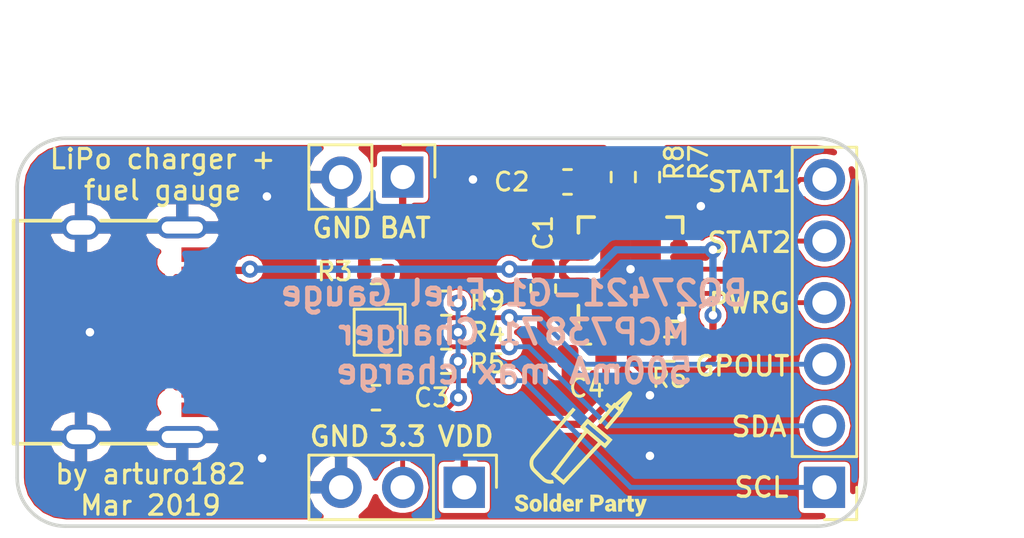
<source format=kicad_pcb>
(kicad_pcb (version 20190331) (host pcbnew "(5.1.0-386-g9f189ca71)")

  (general
    (thickness 1.6)
    (drawings 35)
    (tracks 188)
    (modules 20)
    (nets 26)
  )

  (page "A4")
  (layers
    (0 "F.Cu" signal)
    (31 "B.Cu" signal)
    (32 "B.Adhes" user)
    (33 "F.Adhes" user)
    (34 "B.Paste" user)
    (35 "F.Paste" user)
    (36 "B.SilkS" user)
    (37 "F.SilkS" user)
    (38 "B.Mask" user)
    (39 "F.Mask" user)
    (40 "Dwgs.User" user)
    (41 "Cmts.User" user)
    (42 "Eco1.User" user)
    (43 "Eco2.User" user)
    (44 "Edge.Cuts" user)
    (45 "Margin" user)
    (46 "B.CrtYd" user)
    (47 "F.CrtYd" user)
    (48 "B.Fab" user hide)
    (49 "F.Fab" user hide)
  )

  (setup
    (last_trace_width 0.2)
    (trace_clearance 0.15)
    (zone_clearance 0.2)
    (zone_45_only no)
    (trace_min 0.15)
    (via_size 0.7)
    (via_drill 0.35)
    (via_min_size 0.4)
    (via_min_drill 0.3)
    (uvia_size 0.3)
    (uvia_drill 0.1)
    (uvias_allowed no)
    (uvia_min_size 0.2)
    (uvia_min_drill 0.1)
    (edge_width 0.15)
    (segment_width 0.2)
    (pcb_text_width 0.3)
    (pcb_text_size 1.5 1.5)
    (mod_edge_width 0.15)
    (mod_text_size 0.75 0.75)
    (mod_text_width 0.12)
    (pad_size 1.524 1.524)
    (pad_drill 0.762)
    (pad_to_mask_clearance 0.05)
    (solder_mask_min_width 0.25)
    (aux_axis_origin 0 0)
    (visible_elements 7FFFFF7F)
    (pcbplotparams
      (layerselection 0x010fc_ffffffff)
      (usegerberextensions false)
      (usegerberattributes false)
      (usegerberadvancedattributes false)
      (creategerberjobfile false)
      (excludeedgelayer true)
      (linewidth 0.100000)
      (plotframeref false)
      (viasonmask false)
      (mode 1)
      (useauxorigin false)
      (hpglpennumber 1)
      (hpglpenspeed 20)
      (hpglpendiameter 15.000000)
      (psnegative false)
      (psa4output false)
      (plotreference true)
      (plotvalue true)
      (plotinvisibletext false)
      (padsonsilk false)
      (subtractmaskfromsilk false)
      (outputformat 1)
      (mirror false)
      (drillshape 1)
      (scaleselection 1)
      (outputdirectory ""))
  )

  (net 0 "")
  (net 1 "GND")
  (net 2 "Net-(R8-Pad2)")
  (net 3 "Net-(R7-Pad2)")
  (net 4 "Net-(R6-Pad2)")
  (net 5 "/SCL")
  (net 6 "+3V3")
  (net 7 "/SDA")
  (net 8 "Net-(R3-Pad1)")
  (net 9 "Net-(J3-PadA5)")
  (net 10 "Net-(J3-PadB5)")
  (net 11 "/GPOUT")
  (net 12 "VDD")
  (net 13 "VBUS")
  (net 14 "VBAT")
  (net 15 "/STAT1")
  (net 16 "/STAT2")
  (net 17 "/~PWR_GOOD~")
  (net 18 "+BATT")
  (net 19 "Net-(C3-Pad2)")
  (net 20 "Net-(J3-PadA7)")
  (net 21 "Net-(J3-PadB6)")
  (net 22 "Net-(J3-PadA8)")
  (net 23 "Net-(J3-PadB7)")
  (net 24 "Net-(J3-PadB8)")
  (net 25 "Net-(J3-PadA6)")

  (net_class "Default" "This is the default net class."
    (clearance 0.15)
    (trace_width 0.2)
    (via_dia 0.7)
    (via_drill 0.35)
    (uvia_dia 0.3)
    (uvia_drill 0.1)
    (add_net "+3V3")
    (add_net "+BATT")
    (add_net "/GPOUT")
    (add_net "/SCL")
    (add_net "/SDA")
    (add_net "/STAT1")
    (add_net "/STAT2")
    (add_net "/~PWR_GOOD~")
    (add_net "GND")
    (add_net "Net-(C3-Pad2)")
    (add_net "Net-(J3-PadA5)")
    (add_net "Net-(J3-PadA6)")
    (add_net "Net-(J3-PadA7)")
    (add_net "Net-(J3-PadA8)")
    (add_net "Net-(J3-PadB5)")
    (add_net "Net-(J3-PadB6)")
    (add_net "Net-(J3-PadB7)")
    (add_net "Net-(J3-PadB8)")
    (add_net "Net-(R3-Pad1)")
    (add_net "Net-(R6-Pad2)")
    (add_net "Net-(R7-Pad2)")
    (add_net "Net-(R8-Pad2)")
    (add_net "VBAT")
    (add_net "VBUS")
    (add_net "VDD")
  )

  (module "Capacitor_SMD:C_0603_1608Metric" (layer "F.Cu") (tedit 5B301BBE) (tstamp 5C8DDD79)
    (at 161.7 71.2 90)
    (descr "Capacitor SMD 0603 (1608 Metric), square (rectangular) end terminal, IPC_7351 nominal, (Body size source: http://www.tortai-tech.com/upload/download/2011102023233369053.pdf), generated with kicad-footprint-generator")
    (tags "capacitor")
    (path "/5C82D4A5")
    (attr smd)
    (fp_text reference "C1" (at 2.3 0 90) (layer "F.SilkS")
      (effects (font (size 0.75 0.75) (thickness 0.12)))
    )
    (fp_text value "0.1uF" (at 0 1.43 90) (layer "F.Fab")
      (effects (font (size 1 1) (thickness 0.15)))
    )
    (fp_text user "%R" (at 0 0 90) (layer "F.Fab")
      (effects (font (size 0.4 0.4) (thickness 0.06)))
    )
    (fp_line (start 1.48 0.73) (end -1.48 0.73) (layer "F.CrtYd") (width 0.05))
    (fp_line (start 1.48 -0.73) (end 1.48 0.73) (layer "F.CrtYd") (width 0.05))
    (fp_line (start -1.48 -0.73) (end 1.48 -0.73) (layer "F.CrtYd") (width 0.05))
    (fp_line (start -1.48 0.73) (end -1.48 -0.73) (layer "F.CrtYd") (width 0.05))
    (fp_line (start -0.162779 0.51) (end 0.162779 0.51) (layer "F.SilkS") (width 0.12))
    (fp_line (start -0.162779 -0.51) (end 0.162779 -0.51) (layer "F.SilkS") (width 0.12))
    (fp_line (start 0.8 0.4) (end -0.8 0.4) (layer "F.Fab") (width 0.1))
    (fp_line (start 0.8 -0.4) (end 0.8 0.4) (layer "F.Fab") (width 0.1))
    (fp_line (start -0.8 -0.4) (end 0.8 -0.4) (layer "F.Fab") (width 0.1))
    (fp_line (start -0.8 0.4) (end -0.8 -0.4) (layer "F.Fab") (width 0.1))
    (pad "2" smd roundrect (at 0.7875 0 90) (size 0.875 0.95) (layers "F.Cu" "F.Paste" "F.Mask") (roundrect_rratio 0.25)
      (net 13 "VBUS"))
    (pad "1" smd roundrect (at -0.7875 0 90) (size 0.875 0.95) (layers "F.Cu" "F.Paste" "F.Mask") (roundrect_rratio 0.25)
      (net 1 "GND"))
    (model "${KISYS3DMOD}/Capacitor_SMD.3dshapes/C_0603_1608Metric.wrl"
      (at (xyz 0 0 0))
      (scale (xyz 1 1 1))
      (rotate (xyz 0 0 0))
    )
  )

  (module "Capacitor_SMD:C_0603_1608Metric" (layer "F.Cu") (tedit 5B301BBE) (tstamp 5C8DDD68)
    (at 162.7 66.8)
    (descr "Capacitor SMD 0603 (1608 Metric), square (rectangular) end terminal, IPC_7351 nominal, (Body size source: http://www.tortai-tech.com/upload/download/2011102023233369053.pdf), generated with kicad-footprint-generator")
    (tags "capacitor")
    (path "/5C823A4C")
    (attr smd)
    (fp_text reference "C2" (at -2.3 0) (layer "F.SilkS")
      (effects (font (size 0.75 0.75) (thickness 0.12)))
    )
    (fp_text value "4.7uF" (at 0 1.43) (layer "F.Fab")
      (effects (font (size 1 1) (thickness 0.15)))
    )
    (fp_line (start -0.8 0.4) (end -0.8 -0.4) (layer "F.Fab") (width 0.1))
    (fp_line (start -0.8 -0.4) (end 0.8 -0.4) (layer "F.Fab") (width 0.1))
    (fp_line (start 0.8 -0.4) (end 0.8 0.4) (layer "F.Fab") (width 0.1))
    (fp_line (start 0.8 0.4) (end -0.8 0.4) (layer "F.Fab") (width 0.1))
    (fp_line (start -0.162779 -0.51) (end 0.162779 -0.51) (layer "F.SilkS") (width 0.12))
    (fp_line (start -0.162779 0.51) (end 0.162779 0.51) (layer "F.SilkS") (width 0.12))
    (fp_line (start -1.48 0.73) (end -1.48 -0.73) (layer "F.CrtYd") (width 0.05))
    (fp_line (start -1.48 -0.73) (end 1.48 -0.73) (layer "F.CrtYd") (width 0.05))
    (fp_line (start 1.48 -0.73) (end 1.48 0.73) (layer "F.CrtYd") (width 0.05))
    (fp_line (start 1.48 0.73) (end -1.48 0.73) (layer "F.CrtYd") (width 0.05))
    (fp_text user "%R" (at 0 0) (layer "F.Fab")
      (effects (font (size 0.4 0.4) (thickness 0.06)))
    )
    (pad "1" smd roundrect (at -0.7875 0) (size 0.875 0.95) (layers "F.Cu" "F.Paste" "F.Mask") (roundrect_rratio 0.25)
      (net 1 "GND"))
    (pad "2" smd roundrect (at 0.7875 0) (size 0.875 0.95) (layers "F.Cu" "F.Paste" "F.Mask") (roundrect_rratio 0.25)
      (net 14 "VBAT"))
    (model "${KISYS3DMOD}/Capacitor_SMD.3dshapes/C_0603_1608Metric.wrl"
      (at (xyz 0 0 0))
      (scale (xyz 1 1 1))
      (rotate (xyz 0 0 0))
    )
  )

  (module "Capacitor_SMD:C_0603_1608Metric" (layer "F.Cu") (tedit 5B301BBE) (tstamp 5C8DFD65)
    (at 154.8 75.7 180)
    (descr "Capacitor SMD 0603 (1608 Metric), square (rectangular) end terminal, IPC_7351 nominal, (Body size source: http://www.tortai-tech.com/upload/download/2011102023233369053.pdf), generated with kicad-footprint-generator")
    (tags "capacitor")
    (path "/5C83BC72")
    (attr smd)
    (fp_text reference "C3" (at -2.3 0 180) (layer "F.SilkS")
      (effects (font (size 0.75 0.75) (thickness 0.12)))
    )
    (fp_text value "0.47uF" (at 0 1.43 180) (layer "F.Fab")
      (effects (font (size 1 1) (thickness 0.15)))
    )
    (fp_text user "%R" (at 0 0 180) (layer "F.Fab")
      (effects (font (size 0.4 0.4) (thickness 0.06)))
    )
    (fp_line (start 1.48 0.73) (end -1.48 0.73) (layer "F.CrtYd") (width 0.05))
    (fp_line (start 1.48 -0.73) (end 1.48 0.73) (layer "F.CrtYd") (width 0.05))
    (fp_line (start -1.48 -0.73) (end 1.48 -0.73) (layer "F.CrtYd") (width 0.05))
    (fp_line (start -1.48 0.73) (end -1.48 -0.73) (layer "F.CrtYd") (width 0.05))
    (fp_line (start -0.162779 0.51) (end 0.162779 0.51) (layer "F.SilkS") (width 0.12))
    (fp_line (start -0.162779 -0.51) (end 0.162779 -0.51) (layer "F.SilkS") (width 0.12))
    (fp_line (start 0.8 0.4) (end -0.8 0.4) (layer "F.Fab") (width 0.1))
    (fp_line (start 0.8 -0.4) (end 0.8 0.4) (layer "F.Fab") (width 0.1))
    (fp_line (start -0.8 -0.4) (end 0.8 -0.4) (layer "F.Fab") (width 0.1))
    (fp_line (start -0.8 0.4) (end -0.8 -0.4) (layer "F.Fab") (width 0.1))
    (pad "2" smd roundrect (at 0.7875 0 180) (size 0.875 0.95) (layers "F.Cu" "F.Paste" "F.Mask") (roundrect_rratio 0.25)
      (net 19 "Net-(C3-Pad2)"))
    (pad "1" smd roundrect (at -0.7875 0 180) (size 0.875 0.95) (layers "F.Cu" "F.Paste" "F.Mask") (roundrect_rratio 0.25)
      (net 1 "GND"))
    (model "${KISYS3DMOD}/Capacitor_SMD.3dshapes/C_0603_1608Metric.wrl"
      (at (xyz 0 0 0))
      (scale (xyz 1 1 1))
      (rotate (xyz 0 0 0))
    )
  )

  (module "Capacitor_SMD:C_0603_1608Metric" (layer "F.Cu") (tedit 5B301BBE) (tstamp 5C8DDD46)
    (at 163.5 74)
    (descr "Capacitor SMD 0603 (1608 Metric), square (rectangular) end terminal, IPC_7351 nominal, (Body size source: http://www.tortai-tech.com/upload/download/2011102023233369053.pdf), generated with kicad-footprint-generator")
    (tags "capacitor")
    (path "/5C81F896")
    (attr smd)
    (fp_text reference "C4" (at 0 1.3) (layer "F.SilkS")
      (effects (font (size 0.75 0.75) (thickness 0.12)))
    )
    (fp_text value "4.7uF" (at 0 1.43) (layer "F.Fab")
      (effects (font (size 1 1) (thickness 0.15)))
    )
    (fp_line (start -0.8 0.4) (end -0.8 -0.4) (layer "F.Fab") (width 0.1))
    (fp_line (start -0.8 -0.4) (end 0.8 -0.4) (layer "F.Fab") (width 0.1))
    (fp_line (start 0.8 -0.4) (end 0.8 0.4) (layer "F.Fab") (width 0.1))
    (fp_line (start 0.8 0.4) (end -0.8 0.4) (layer "F.Fab") (width 0.1))
    (fp_line (start -0.162779 -0.51) (end 0.162779 -0.51) (layer "F.SilkS") (width 0.12))
    (fp_line (start -0.162779 0.51) (end 0.162779 0.51) (layer "F.SilkS") (width 0.12))
    (fp_line (start -1.48 0.73) (end -1.48 -0.73) (layer "F.CrtYd") (width 0.05))
    (fp_line (start -1.48 -0.73) (end 1.48 -0.73) (layer "F.CrtYd") (width 0.05))
    (fp_line (start 1.48 -0.73) (end 1.48 0.73) (layer "F.CrtYd") (width 0.05))
    (fp_line (start 1.48 0.73) (end -1.48 0.73) (layer "F.CrtYd") (width 0.05))
    (fp_text user "%R" (at 0 0) (layer "F.Fab")
      (effects (font (size 0.4 0.4) (thickness 0.06)))
    )
    (pad "1" smd roundrect (at -0.7875 0) (size 0.875 0.95) (layers "F.Cu" "F.Paste" "F.Mask") (roundrect_rratio 0.25)
      (net 1 "GND"))
    (pad "2" smd roundrect (at 0.7875 0) (size 0.875 0.95) (layers "F.Cu" "F.Paste" "F.Mask") (roundrect_rratio 0.25)
      (net 12 "VDD"))
    (model "${KISYS3DMOD}/Capacitor_SMD.3dshapes/C_0603_1608Metric.wrl"
      (at (xyz 0 0 0))
      (scale (xyz 1 1 1))
      (rotate (xyz 0 0 0))
    )
  )

  (module "Connector_PinHeader_2.54mm:PinHeader_1x02_P2.54mm_Vertical" (layer "F.Cu") (tedit 5C818CA6) (tstamp 5C8DDD35)
    (at 155.9 66.6 270)
    (descr "Through hole straight pin header, 1x02, 2.54mm pitch, single row")
    (tags "Through hole pin header THT 1x02 2.54mm single row")
    (path "/5C8467B7")
    (fp_text reference "J1" (at 0 -2.33 270) (layer "F.SilkS") hide
      (effects (font (size 0.75 0.75) (thickness 0.12)))
    )
    (fp_text value "CON_BAT" (at 0 4.87 270) (layer "F.Fab")
      (effects (font (size 1 1) (thickness 0.15)))
    )
    (fp_line (start -0.635 -1.27) (end 1.27 -1.27) (layer "F.Fab") (width 0.1))
    (fp_line (start 1.27 -1.27) (end 1.27 3.81) (layer "F.Fab") (width 0.1))
    (fp_line (start 1.27 3.81) (end -1.27 3.81) (layer "F.Fab") (width 0.1))
    (fp_line (start -1.27 3.81) (end -1.27 -0.635) (layer "F.Fab") (width 0.1))
    (fp_line (start -1.27 -0.635) (end -0.635 -1.27) (layer "F.Fab") (width 0.1))
    (fp_line (start -1.33 3.87) (end 1.33 3.87) (layer "F.SilkS") (width 0.12))
    (fp_line (start -1.33 1.27) (end -1.33 3.87) (layer "F.SilkS") (width 0.12))
    (fp_line (start 1.33 1.27) (end 1.33 3.87) (layer "F.SilkS") (width 0.12))
    (fp_line (start -1.33 1.27) (end 1.33 1.27) (layer "F.SilkS") (width 0.12))
    (fp_line (start -1.33 0) (end -1.33 -1.33) (layer "F.SilkS") (width 0.12))
    (fp_line (start -1.33 -1.33) (end 0 -1.33) (layer "F.SilkS") (width 0.12))
    (fp_line (start -1.8 -1.8) (end -1.8 4.35) (layer "F.CrtYd") (width 0.05))
    (fp_line (start -1.8 4.35) (end 1.8 4.35) (layer "F.CrtYd") (width 0.05))
    (fp_line (start 1.8 4.35) (end 1.8 -1.8) (layer "F.CrtYd") (width 0.05))
    (fp_line (start 1.8 -1.8) (end -1.8 -1.8) (layer "F.CrtYd") (width 0.05))
    (fp_text user "%R" (at 0 1.27) (layer "F.Fab")
      (effects (font (size 1 1) (thickness 0.15)))
    )
    (pad "1" thru_hole rect (at 0 0 270) (size 1.7 1.7) (drill 1) (layers *.Cu *.Mask)
      (net 18 "+BATT"))
    (pad "2" thru_hole oval (at 0 2.54 270) (size 1.7 1.7) (drill 1) (layers *.Cu *.Mask)
      (net 1 "GND"))
  )

  (module "Connector_PinHeader_2.54mm:PinHeader_1x03_P2.54mm_Vertical" (layer "F.Cu") (tedit 5C819B85) (tstamp 5C8DDD1F)
    (at 158.44 79.4 270)
    (descr "Through hole straight pin header, 1x03, 2.54mm pitch, single row")
    (tags "Through hole pin header THT 1x03 2.54mm single row")
    (path "/5C8761FA")
    (fp_text reference "J2" (at 0 -2.33 270) (layer "F.SilkS") hide
      (effects (font (size 0.75 0.75) (thickness 0.12)))
    )
    (fp_text value "CON_PWR" (at 0 7.41 270) (layer "F.Fab")
      (effects (font (size 1 1) (thickness 0.15)))
    )
    (fp_line (start -0.635 -1.27) (end 1.27 -1.27) (layer "F.Fab") (width 0.1))
    (fp_line (start 1.27 -1.27) (end 1.27 6.35) (layer "F.Fab") (width 0.1))
    (fp_line (start 1.27 6.35) (end -1.27 6.35) (layer "F.Fab") (width 0.1))
    (fp_line (start -1.27 6.35) (end -1.27 -0.635) (layer "F.Fab") (width 0.1))
    (fp_line (start -1.27 -0.635) (end -0.635 -1.27) (layer "F.Fab") (width 0.1))
    (fp_line (start -1.33 6.41) (end 1.33 6.41) (layer "F.SilkS") (width 0.12))
    (fp_line (start -1.33 1.27) (end -1.33 6.41) (layer "F.SilkS") (width 0.12))
    (fp_line (start 1.33 1.27) (end 1.33 6.41) (layer "F.SilkS") (width 0.12))
    (fp_line (start -1.33 1.27) (end 1.33 1.27) (layer "F.SilkS") (width 0.12))
    (fp_line (start -1.33 0) (end -1.33 -1.33) (layer "F.SilkS") (width 0.12))
    (fp_line (start -1.33 -1.33) (end 0 -1.33) (layer "F.SilkS") (width 0.12))
    (fp_line (start -1.8 -1.8) (end -1.8 6.85) (layer "F.CrtYd") (width 0.05))
    (fp_line (start -1.8 6.85) (end 1.8 6.85) (layer "F.CrtYd") (width 0.05))
    (fp_line (start 1.8 6.85) (end 1.8 -1.8) (layer "F.CrtYd") (width 0.05))
    (fp_line (start 1.8 -1.8) (end -1.8 -1.8) (layer "F.CrtYd") (width 0.05))
    (fp_text user "%R" (at 0 2.54) (layer "F.Fab")
      (effects (font (size 1 1) (thickness 0.15)))
    )
    (pad "1" thru_hole rect (at 0 0 270) (size 1.7 1.7) (drill 1) (layers *.Cu *.Mask)
      (net 12 "VDD"))
    (pad "2" thru_hole oval (at 0 2.54 270) (size 1.7 1.7) (drill 1) (layers *.Cu *.Mask)
      (net 6 "+3V3"))
    (pad "3" thru_hole oval (at 0 5.08 270) (size 1.7 1.7) (drill 1) (layers *.Cu *.Mask)
      (net 1 "GND"))
  )

  (module "Connector_PinHeader_2.54mm:PinHeader_1x06_P2.54mm_Vertical" (layer "F.Cu") (tedit 5C818D92) (tstamp 5C8DDD08)
    (at 173.3 79.4 180)
    (descr "Through hole straight pin header, 1x06, 2.54mm pitch, single row")
    (tags "Through hole pin header THT 1x06 2.54mm single row")
    (path "/5C876470")
    (fp_text reference "J4" (at 0 -2.33 180) (layer "F.SilkS") hide
      (effects (font (size 0.75 0.75) (thickness 0.12)))
    )
    (fp_text value "CON_GPIO" (at 0 15.03 180) (layer "F.Fab")
      (effects (font (size 1 1) (thickness 0.15)))
    )
    (fp_line (start -0.635 -1.27) (end 1.27 -1.27) (layer "F.Fab") (width 0.1))
    (fp_line (start 1.27 -1.27) (end 1.27 13.97) (layer "F.Fab") (width 0.1))
    (fp_line (start 1.27 13.97) (end -1.27 13.97) (layer "F.Fab") (width 0.1))
    (fp_line (start -1.27 13.97) (end -1.27 -0.635) (layer "F.Fab") (width 0.1))
    (fp_line (start -1.27 -0.635) (end -0.635 -1.27) (layer "F.Fab") (width 0.1))
    (fp_line (start -1.33 14.03) (end 1.33 14.03) (layer "F.SilkS") (width 0.12))
    (fp_line (start -1.33 1.27) (end -1.33 14.03) (layer "F.SilkS") (width 0.12))
    (fp_line (start 1.33 1.27) (end 1.33 14.03) (layer "F.SilkS") (width 0.12))
    (fp_line (start -1.33 1.27) (end 1.33 1.27) (layer "F.SilkS") (width 0.12))
    (fp_line (start -1.33 0) (end -1.33 -1.33) (layer "F.SilkS") (width 0.12))
    (fp_line (start -1.33 -1.33) (end 0 -1.33) (layer "F.SilkS") (width 0.12))
    (fp_line (start -1.8 -1.8) (end -1.8 14.5) (layer "F.CrtYd") (width 0.05))
    (fp_line (start -1.8 14.5) (end 1.8 14.5) (layer "F.CrtYd") (width 0.05))
    (fp_line (start 1.8 14.5) (end 1.8 -1.8) (layer "F.CrtYd") (width 0.05))
    (fp_line (start 1.8 -1.8) (end -1.8 -1.8) (layer "F.CrtYd") (width 0.05))
    (fp_text user "%R" (at 0 6.35 270) (layer "F.Fab")
      (effects (font (size 1 1) (thickness 0.15)))
    )
    (pad "1" thru_hole rect (at 0 0 180) (size 1.7 1.7) (drill 1) (layers *.Cu *.Mask)
      (net 5 "/SCL"))
    (pad "2" thru_hole oval (at 0 2.54 180) (size 1.7 1.7) (drill 1) (layers *.Cu *.Mask)
      (net 7 "/SDA"))
    (pad "3" thru_hole oval (at 0 5.08 180) (size 1.7 1.7) (drill 1) (layers *.Cu *.Mask)
      (net 11 "/GPOUT"))
    (pad "4" thru_hole oval (at 0 7.62 180) (size 1.7 1.7) (drill 1) (layers *.Cu *.Mask)
      (net 17 "/~PWR_GOOD~"))
    (pad "5" thru_hole oval (at 0 10.16 180) (size 1.7 1.7) (drill 1) (layers *.Cu *.Mask)
      (net 16 "/STAT2"))
    (pad "6" thru_hole oval (at 0 12.7 180) (size 1.7 1.7) (drill 1) (layers *.Cu *.Mask)
      (net 15 "/STAT1"))
    (model "${KISYS3DMOD}/Connector_PinHeader_2.54mm.3dshapes/PinHeader_1x06_P2.54mm_Vertical.wrl"
      (at (xyz 0 0 0))
      (scale (xyz 1 1 1))
      (rotate (xyz 0 0 0))
    )
  )

  (module "Connector_USB_Extra:USB_C_Receptacle_GT-USB-7010" (layer "F.Cu") (tedit 5C81878B) (tstamp 5C8DDCEE)
    (at 144.5 73 270)
    (descr "USB TYPE C, RA RCPT PCB, SMT, https://github.com/arturo182/GT-USB-7010/raw/master/GT-USB-7010.pdf")
    (tags "USB C Type-C Receptacle SMD")
    (path "/5C8165A8")
    (fp_text reference "J3" (at 0 -5.35 270) (layer "F.SilkS") hide
      (effects (font (size 0.75 0.75) (thickness 0.12)))
    )
    (fp_text value "USB_C_Receptacle_USB2.0" (at 0 6 270) (layer "F.Fab")
      (effects (font (size 1 1) (thickness 0.15)))
    )
    (fp_line (start -4.47 -3.425) (end 4.47 -3.425) (layer "F.Fab") (width 0.12))
    (fp_line (start 4.47 -3.425) (end 4.47 4.525) (layer "F.Fab") (width 0.12))
    (fp_line (start 4.47 4.525) (end -4.47 4.525) (layer "F.Fab") (width 0.12))
    (fp_line (start -4.47 -3.425) (end -4.47 4.525) (layer "F.Fab") (width 0.12))
    (fp_line (start 4.6 4.65) (end -4.6 4.65) (layer "F.SilkS") (width 0.15))
    (fp_line (start -4.6 4.65) (end -4.6 2.7) (layer "F.SilkS") (width 0.15))
    (fp_line (start -4.6 1.05) (end -4.6 -1.25) (layer "F.SilkS") (width 0.15))
    (fp_line (start 4.6 4.65) (end 4.6 2.7) (layer "F.SilkS") (width 0.15))
    (fp_line (start 4.6 1.05) (end 4.6 -1.25) (layer "F.SilkS") (width 0.15))
    (fp_text user "REF*" (at 0 0 270) (layer "F.Fab")
      (effects (font (size 1 1) (thickness 0.1)))
    )
    (fp_line (start -4.97 -4.6) (end 5.1 -4.6) (layer "F.CrtYd") (width 0.12))
    (fp_line (start 5.1 -4.6) (end 5.1 5.15) (layer "F.CrtYd") (width 0.12))
    (fp_line (start -4.97 -4.6) (end -4.97 5.15) (layer "F.CrtYd") (width 0.12))
    (fp_line (start -4.97 5.15) (end 5.1 5.15) (layer "F.CrtYd") (width 0.12))
    (pad "S1" thru_hole oval (at -4.32 1.87 270) (size 1 1.6) (drill oval 0.6 1.2) (layers *.Cu *.Mask)
      (net 1 "GND"))
    (pad "S1" thru_hole oval (at 4.32 1.87 270) (size 1 1.6) (drill oval 0.6 1.2) (layers *.Cu *.Mask)
      (net 1 "GND"))
    (pad "S1" thru_hole oval (at -4.32 -2.31 270) (size 0.9 2.1) (drill oval 0.5 1.7) (layers *.Cu *.Mask)
      (net 1 "GND"))
    (pad "S1" thru_hole oval (at 4.32 -2.31 270) (size 0.9 2.1) (drill oval 0.5 1.7) (layers *.Cu *.Mask)
      (net 1 "GND"))
    (pad "" np_thru_hole circle (at -2.89 -1.81 270) (size 0.65 0.65) (drill 0.65) (layers *.Cu *.Mask))
    (pad "" np_thru_hole circle (at 2.89 -1.81 270) (size 0.65 0.65) (drill 0.65) (layers *.Cu *.Mask))
    (pad "A7" smd rect (at 0.25 -3.15 270) (size 0.3 1.75) (layers "F.Cu" "F.Paste" "F.Mask")
      (net 20 "Net-(J3-PadA7)"))
    (pad "B6" smd rect (at 0.75 -3.15 270) (size 0.3 1.75) (layers "F.Cu" "F.Paste" "F.Mask")
      (net 21 "Net-(J3-PadB6)"))
    (pad "A8" smd rect (at 1.25 -3.15 270) (size 0.3 1.75) (layers "F.Cu" "F.Paste" "F.Mask")
      (net 22 "Net-(J3-PadA8)"))
    (pad "B5" smd rect (at 1.75 -3.15 270) (size 0.3 1.75) (layers "F.Cu" "F.Paste" "F.Mask")
      (net 10 "Net-(J3-PadB5)"))
    (pad "B7" smd rect (at -0.75 -3.15 270) (size 0.3 1.75) (layers "F.Cu" "F.Paste" "F.Mask")
      (net 23 "Net-(J3-PadB7)"))
    (pad "B8" smd rect (at -1.75 -3.15 270) (size 0.3 1.75) (layers "F.Cu" "F.Paste" "F.Mask")
      (net 24 "Net-(J3-PadB8)"))
    (pad "A5" smd rect (at -1.25 -3.15 270) (size 0.3 1.75) (layers "F.Cu" "F.Paste" "F.Mask")
      (net 9 "Net-(J3-PadA5)"))
    (pad "A6" smd rect (at -0.25 -3.15 270) (size 0.3 1.75) (layers "F.Cu" "F.Paste" "F.Mask")
      (net 25 "Net-(J3-PadA6)"))
    (pad "A1" smd rect (at -3.35 -3.15 270) (size 0.3 1.75) (layers "F.Cu" "F.Paste" "F.Mask")
      (net 1 "GND"))
    (pad "B12" smd rect (at -3.05 -3.15 270) (size 0.3 1.75) (layers "F.Cu" "F.Paste" "F.Mask")
      (net 1 "GND"))
    (pad "A4" smd rect (at -2.55 -3.15 270) (size 0.3 1.75) (layers "F.Cu" "F.Paste" "F.Mask")
      (net 13 "VBUS"))
    (pad "B9" smd rect (at -2.25 -3.15 270) (size 0.3 1.75) (layers "F.Cu" "F.Paste" "F.Mask")
      (net 13 "VBUS"))
    (pad "A9" smd rect (at 2.55 -3.15 270) (size 0.3 1.75) (layers "F.Cu" "F.Paste" "F.Mask")
      (net 13 "VBUS"))
    (pad "B4" smd rect (at 2.25 -3.15 270) (size 0.3 1.75) (layers "F.Cu" "F.Paste" "F.Mask")
      (net 13 "VBUS"))
    (pad "B1" smd rect (at 3.05 -3.15 270) (size 0.3 1.75) (layers "F.Cu" "F.Paste" "F.Mask")
      (net 1 "GND"))
    (pad "A12" smd rect (at 3.35 -3.15 270) (size 0.3 1.75) (layers "F.Cu" "F.Paste" "F.Mask")
      (net 1 "GND"))
    (model "${KIPRJMOD}/modules/packages3d/Connector_USB.3dshapes/KUSBX-SMT-CS2-BTR_rA1.step"
      (offset (xyz 0 -4.5 1.65))
      (scale (xyz 1 1 1))
      (rotate (xyz -90 0 0))
    )
  )

  (module "Package_BGA:BGA-9_1.6x1.6mm_Layout3x3_P0.5mm" (layer "F.Cu") (tedit 5C818811) (tstamp 5C8DFCC6)
    (at 154.85 73 270)
    (descr "BGA-9, http://www.ti.com/lit/ds/symlink/bq27421-g1.pdf")
    (tags "BGA-9")
    (path "/5C83029C")
    (attr smd)
    (fp_text reference "U1" (at 0 -2 270) (layer "F.SilkS") hide
      (effects (font (size 0.75 0.75) (thickness 0.12)))
    )
    (fp_text value "BQ27421-G1" (at 0 1.95 270) (layer "F.Fab")
      (effects (font (size 1 1) (thickness 0.15)))
    )
    (fp_text user "%R" (at 0 0 270) (layer "F.Fab")
      (effects (font (size 0.4 0.4) (thickness 0.1)))
    )
    (fp_line (start -0.95 -0.95) (end -0.95 0.95) (layer "F.SilkS") (width 0.12))
    (fp_line (start -0.95 0.95) (end 0.95 0.95) (layer "F.SilkS") (width 0.12))
    (fp_line (start 0.95 0.95) (end 0.95 -0.95) (layer "F.SilkS") (width 0.12))
    (fp_line (start 0.95 -0.95) (end -0.95 -0.95) (layer "F.SilkS") (width 0.12))
    (fp_line (start -1.15 -1.15) (end -1.15 -0.35) (layer "F.SilkS") (width 0.12))
    (fp_line (start -1.15 -1.15) (end -0.35 -1.15) (layer "F.SilkS") (width 0.12))
    (fp_line (start 0.8 -0.8) (end 0.8 0.8) (layer "F.Fab") (width 0.1))
    (fp_line (start 0.8 0.8) (end -0.8 0.8) (layer "F.Fab") (width 0.1))
    (fp_line (start -0.8 0.8) (end -0.8 -0.25) (layer "F.Fab") (width 0.1))
    (fp_line (start -0.8 -0.25) (end -0.25 -0.8) (layer "F.Fab") (width 0.1))
    (fp_line (start -0.25 -0.8) (end 0.8 -0.8) (layer "F.Fab") (width 0.1))
    (fp_line (start -1.8 -1.8) (end 1.8 -1.8) (layer "F.CrtYd") (width 0.05))
    (fp_line (start -1.8 -1.8) (end -1.8 1.8) (layer "F.CrtYd") (width 0.05))
    (fp_line (start 1.8 1.8) (end 1.8 -1.8) (layer "F.CrtYd") (width 0.05))
    (fp_line (start 1.8 1.8) (end -1.8 1.8) (layer "F.CrtYd") (width 0.05))
    (pad "C3" smd circle (at 0.5 0.5 270) (size 0.25 0.25) (layers "F.Cu" "F.Paste" "F.Mask")
      (net 18 "+BATT"))
    (pad "B3" smd circle (at 0.5 0 270) (size 0.25 0.25) (layers "F.Cu" "F.Paste" "F.Mask")
      (net 19 "Net-(C3-Pad2)"))
    (pad "A3" smd circle (at 0.5 -0.5 270) (size 0.25 0.25) (layers "F.Cu" "F.Paste" "F.Mask")
      (net 5 "/SCL"))
    (pad "C2" smd circle (at 0 0.5 270) (size 0.25 0.25) (layers "F.Cu" "F.Paste" "F.Mask")
      (net 14 "VBAT"))
    (pad "B2" smd circle (at 0 0 270) (size 0.25 0.25) (layers "F.Cu" "F.Paste" "F.Mask")
      (net 1 "GND"))
    (pad "A2" smd circle (at 0 -0.5 270) (size 0.25 0.25) (layers "F.Cu" "F.Paste" "F.Mask")
      (net 7 "/SDA"))
    (pad "C1" smd circle (at -0.5 0.5 270) (size 0.25 0.25) (layers "F.Cu" "F.Paste" "F.Mask")
      (net 1 "GND"))
    (pad "B1" smd circle (at -0.5 0 270) (size 0.25 0.25) (layers "F.Cu" "F.Paste" "F.Mask")
      (net 8 "Net-(R3-Pad1)"))
    (pad "A1" smd circle (at -0.5 -0.5 270) (size 0.25 0.25) (layers "F.Cu" "F.Paste" "F.Mask")
      (net 11 "/GPOUT"))
    (model "${KISYS3DMOD}/Package_BGA.3dshapes/BGA-9_1.6x1.6mm_Layout3x3_P0.5mm.wrl"
      (at (xyz 0 0 0))
      (scale (xyz 1 1 1))
      (rotate (xyz 0 0 0))
    )
  )

  (module "Package_DFN_QFN_Extra:QFN-20_EP_4x4_Pitch0.5mm" (layer "F.Cu") (tedit 5C818AF1) (tstamp 5C8DDCA9)
    (at 165.3 70.4 90)
    (path "/5C816443")
    (attr smd)
    (fp_text reference "U2" (at 0 -3.365 90) (layer "F.SilkS") hide
      (effects (font (size 0.75 0.75) (thickness 0.12)))
    )
    (fp_text value "MCP73871" (at 0 3.365 90) (layer "F.Fab")
      (effects (font (size 1 1) (thickness 0.15)))
    )
    (fp_line (start -2.6 2.6) (end -2.6 -2.6) (layer "F.CrtYd") (width 0.05))
    (fp_line (start 2.6 2.6) (end -2.6 2.6) (layer "F.CrtYd") (width 0.05))
    (fp_line (start 2.6 -2.6) (end 2.6 2.6) (layer "F.CrtYd") (width 0.05))
    (fp_line (start -2.6 -2.6) (end 2.6 -2.6) (layer "F.CrtYd") (width 0.05))
    (fp_line (start -1.5 -2.15) (end -2.365 -2.15) (layer "F.SilkS") (width 0.15))
    (fp_line (start -2.15 2.15) (end -2.15 1.5) (layer "F.SilkS") (width 0.15))
    (fp_line (start -1.5 2.15) (end -2.15 2.15) (layer "F.SilkS") (width 0.15))
    (fp_line (start 2.15 2.15) (end 2.15 1.5) (layer "F.SilkS") (width 0.15))
    (fp_line (start 1.5 2.15) (end 2.15 2.15) (layer "F.SilkS") (width 0.15))
    (fp_line (start 2.15 -2.15) (end 2.15 -1.5) (layer "F.SilkS") (width 0.15))
    (fp_line (start 1.5 -2.15) (end 2.15 -2.15) (layer "F.SilkS") (width 0.15))
    (fp_line (start 2 -2) (end -1 -2) (layer "F.Fab") (width 0.15))
    (fp_line (start 2 2) (end 2 -2) (layer "F.Fab") (width 0.15))
    (fp_line (start -2 2) (end 2 2) (layer "F.Fab") (width 0.15))
    (fp_line (start -2 -1) (end -2 2) (layer "F.Fab") (width 0.15))
    (fp_line (start -1 -2) (end -2 -1) (layer "F.Fab") (width 0.15))
    (pad "21" smd rect (at 0.625 0.625 90) (size 1.25 1.25) (layers "F.Cu" "F.Paste" "F.Mask")
      (net 1 "GND") (solder_paste_margin -0.1))
    (pad "21" smd rect (at 0.625 -0.625 90) (size 1.25 1.25) (layers "F.Cu" "F.Paste" "F.Mask")
      (net 1 "GND") (solder_paste_margin -0.1))
    (pad "21" smd rect (at -0.625 0.625 90) (size 1.25 1.25) (layers "F.Cu" "F.Paste" "F.Mask")
      (net 1 "GND") (solder_paste_margin -0.1))
    (pad "21" smd rect (at -0.625 -0.625 90) (size 1.25 1.25) (layers "F.Cu" "F.Paste" "F.Mask")
      (net 1 "GND") (solder_paste_margin -0.1))
    (pad "20" smd oval (at -1 -2 90) (size 0.3 0.73) (layers "F.Cu" "F.Paste" "F.Mask")
      (net 12 "VDD"))
    (pad "19" smd oval (at -0.5 -2 90) (size 0.3 0.73) (layers "F.Cu" "F.Paste" "F.Mask")
      (net 13 "VBUS"))
    (pad "18" smd oval (at 0 -2 90) (size 0.3 0.73) (layers "F.Cu" "F.Paste" "F.Mask")
      (net 13 "VBUS"))
    (pad "17" smd oval (at 0.5 -2 90) (size 0.3 0.73) (layers "F.Cu" "F.Paste" "F.Mask")
      (net 13 "VBUS"))
    (pad "16" smd oval (at 1 -2 90) (size 0.3 0.73) (layers "F.Cu" "F.Paste" "F.Mask")
      (net 14 "VBAT"))
    (pad "15" smd oval (at 2 -1 180) (size 0.3 0.73) (layers "F.Cu" "F.Paste" "F.Mask")
      (net 14 "VBAT"))
    (pad "14" smd oval (at 2 -0.5 180) (size 0.3 0.73) (layers "F.Cu" "F.Paste" "F.Mask")
      (net 14 "VBAT"))
    (pad "13" smd oval (at 2 0 180) (size 0.3 0.73) (layers "F.Cu" "F.Paste" "F.Mask")
      (net 2 "Net-(R8-Pad2)"))
    (pad "12" smd oval (at 2 0.5 180) (size 0.3 0.73) (layers "F.Cu" "F.Paste" "F.Mask")
      (net 3 "Net-(R7-Pad2)"))
    (pad "11" smd oval (at 2 1 180) (size 0.3 0.73) (layers "F.Cu" "F.Paste" "F.Mask")
      (net 1 "GND"))
    (pad "10" smd oval (at 1 2 90) (size 0.3 0.73) (layers "F.Cu" "F.Paste" "F.Mask")
      (net 1 "GND"))
    (pad "9" smd oval (at 0.5 2 90) (size 0.3 0.73) (layers "F.Cu" "F.Paste" "F.Mask")
      (net 13 "VBUS"))
    (pad "8" smd oval (at 0 2 90) (size 0.3 0.73) (layers "F.Cu" "F.Paste" "F.Mask")
      (net 15 "/STAT1"))
    (pad "7" smd oval (at -0.5 2 90) (size 0.3 0.73) (layers "F.Cu" "F.Paste" "F.Mask")
      (net 16 "/STAT2"))
    (pad "6" smd oval (at -1 2 90) (size 0.3 0.73) (layers "F.Cu" "F.Paste" "F.Mask")
      (net 17 "/~PWR_GOOD~"))
    (pad "5" smd oval (at -2 1 180) (size 0.3 0.73) (layers "F.Cu" "F.Paste" "F.Mask")
      (net 4 "Net-(R6-Pad2)"))
    (pad "4" smd oval (at -2 0.5 180) (size 0.3 0.73) (layers "F.Cu" "F.Paste" "F.Mask")
      (net 13 "VBUS"))
    (pad "3" smd oval (at -2 0 180) (size 0.3 0.73) (layers "F.Cu" "F.Paste" "F.Mask")
      (net 1 "GND"))
    (pad "2" smd oval (at -2 -0.5 180) (size 0.3 0.73) (layers "F.Cu" "F.Paste" "F.Mask")
      (net 13 "VBUS"))
    (pad "1" smd oval (at -2 -1 180) (size 0.3 0.73) (layers "F.Cu" "F.Paste" "F.Mask")
      (net 12 "VDD"))
    (model "${KISYS3DMOD}/Package_DFN_QFN.3dshapes/QFN-20-1EP_4x4mm_P0.5mm.step"
      (at (xyz 0 0 0))
      (scale (xyz 1 1 1))
      (rotate (xyz 0 0 0))
    )
  )

  (module "Resistor_SMD:R_0402_1005Metric" (layer "F.Cu") (tedit 5B301BBD) (tstamp 5C8DFD36)
    (at 157.7 71.8 180)
    (descr "Resistor SMD 0402 (1005 Metric), square (rectangular) end terminal, IPC_7351 nominal, (Body size source: http://www.tortai-tech.com/upload/download/2011102023233369053.pdf), generated with kicad-footprint-generator")
    (tags "resistor")
    (path "/5C8596B2")
    (attr smd)
    (fp_text reference "R9" (at -1.7 0.1 180) (layer "F.SilkS")
      (effects (font (size 0.75 0.75) (thickness 0.12)))
    )
    (fp_text value "10K" (at 0 1.17 180) (layer "F.Fab")
      (effects (font (size 1 1) (thickness 0.15)))
    )
    (fp_line (start -0.5 0.25) (end -0.5 -0.25) (layer "F.Fab") (width 0.1))
    (fp_line (start -0.5 -0.25) (end 0.5 -0.25) (layer "F.Fab") (width 0.1))
    (fp_line (start 0.5 -0.25) (end 0.5 0.25) (layer "F.Fab") (width 0.1))
    (fp_line (start 0.5 0.25) (end -0.5 0.25) (layer "F.Fab") (width 0.1))
    (fp_line (start -0.93 0.47) (end -0.93 -0.47) (layer "F.CrtYd") (width 0.05))
    (fp_line (start -0.93 -0.47) (end 0.93 -0.47) (layer "F.CrtYd") (width 0.05))
    (fp_line (start 0.93 -0.47) (end 0.93 0.47) (layer "F.CrtYd") (width 0.05))
    (fp_line (start 0.93 0.47) (end -0.93 0.47) (layer "F.CrtYd") (width 0.05))
    (fp_text user "%R" (at 0 0 180) (layer "F.Fab")
      (effects (font (size 0.25 0.25) (thickness 0.04)))
    )
    (pad "1" smd roundrect (at -0.485 0 180) (size 0.59 0.64) (layers "F.Cu" "F.Paste" "F.Mask") (roundrect_rratio 0.25)
      (net 6 "+3V3"))
    (pad "2" smd roundrect (at 0.485 0 180) (size 0.59 0.64) (layers "F.Cu" "F.Paste" "F.Mask") (roundrect_rratio 0.25)
      (net 11 "/GPOUT"))
    (model "${KISYS3DMOD}/Resistor_SMD.3dshapes/R_0402_1005Metric.wrl"
      (at (xyz 0 0 0))
      (scale (xyz 1 1 1))
      (rotate (xyz 0 0 0))
    )
  )

  (module "Resistor_SMD:R_0402_1005Metric" (layer "F.Cu") (tedit 5C8187AD) (tstamp 5C8DDC6E)
    (at 150.75 74.75 180)
    (descr "Resistor SMD 0402 (1005 Metric), square (rectangular) end terminal, IPC_7351 nominal, (Body size source: http://www.tortai-tech.com/upload/download/2011102023233369053.pdf), generated with kicad-footprint-generator")
    (tags "resistor")
    (path "/5C81771F")
    (attr smd)
    (fp_text reference "R2" (at 0 -1.17 180) (layer "F.SilkS") hide
      (effects (font (size 0.75 0.75) (thickness 0.12)))
    )
    (fp_text value "5.1K" (at 0 1.17 180) (layer "F.Fab")
      (effects (font (size 1 1) (thickness 0.15)))
    )
    (fp_text user "%R" (at 0 0 180) (layer "F.Fab")
      (effects (font (size 0.25 0.25) (thickness 0.04)))
    )
    (fp_line (start 0.93 0.47) (end -0.93 0.47) (layer "F.CrtYd") (width 0.05))
    (fp_line (start 0.93 -0.47) (end 0.93 0.47) (layer "F.CrtYd") (width 0.05))
    (fp_line (start -0.93 -0.47) (end 0.93 -0.47) (layer "F.CrtYd") (width 0.05))
    (fp_line (start -0.93 0.47) (end -0.93 -0.47) (layer "F.CrtYd") (width 0.05))
    (fp_line (start 0.5 0.25) (end -0.5 0.25) (layer "F.Fab") (width 0.1))
    (fp_line (start 0.5 -0.25) (end 0.5 0.25) (layer "F.Fab") (width 0.1))
    (fp_line (start -0.5 -0.25) (end 0.5 -0.25) (layer "F.Fab") (width 0.1))
    (fp_line (start -0.5 0.25) (end -0.5 -0.25) (layer "F.Fab") (width 0.1))
    (pad "2" smd roundrect (at 0.485 0 180) (size 0.59 0.64) (layers "F.Cu" "F.Paste" "F.Mask") (roundrect_rratio 0.25)
      (net 10 "Net-(J3-PadB5)"))
    (pad "1" smd roundrect (at -0.485 0 180) (size 0.59 0.64) (layers "F.Cu" "F.Paste" "F.Mask") (roundrect_rratio 0.25)
      (net 1 "GND"))
    (model "${KISYS3DMOD}/Resistor_SMD.3dshapes/R_0402_1005Metric.wrl"
      (at (xyz 0 0 0))
      (scale (xyz 1 1 1))
      (rotate (xyz 0 0 0))
    )
  )

  (module "Resistor_SMD:R_0402_1005Metric" (layer "F.Cu") (tedit 5C8187C0) (tstamp 5C8DDC5F)
    (at 150.75 71.75 180)
    (descr "Resistor SMD 0402 (1005 Metric), square (rectangular) end terminal, IPC_7351 nominal, (Body size source: http://www.tortai-tech.com/upload/download/2011102023233369053.pdf), generated with kicad-footprint-generator")
    (tags "resistor")
    (path "/5C81751F")
    (attr smd)
    (fp_text reference "R1" (at 0 -1.17 180) (layer "F.SilkS") hide
      (effects (font (size 0.75 0.75) (thickness 0.12)))
    )
    (fp_text value "5.1K" (at 0 1.17 180) (layer "F.Fab")
      (effects (font (size 1 1) (thickness 0.15)))
    )
    (fp_line (start -0.5 0.25) (end -0.5 -0.25) (layer "F.Fab") (width 0.1))
    (fp_line (start -0.5 -0.25) (end 0.5 -0.25) (layer "F.Fab") (width 0.1))
    (fp_line (start 0.5 -0.25) (end 0.5 0.25) (layer "F.Fab") (width 0.1))
    (fp_line (start 0.5 0.25) (end -0.5 0.25) (layer "F.Fab") (width 0.1))
    (fp_line (start -0.93 0.47) (end -0.93 -0.47) (layer "F.CrtYd") (width 0.05))
    (fp_line (start -0.93 -0.47) (end 0.93 -0.47) (layer "F.CrtYd") (width 0.05))
    (fp_line (start 0.93 -0.47) (end 0.93 0.47) (layer "F.CrtYd") (width 0.05))
    (fp_line (start 0.93 0.47) (end -0.93 0.47) (layer "F.CrtYd") (width 0.05))
    (fp_text user "%R" (at 0 0 180) (layer "F.Fab")
      (effects (font (size 0.25 0.25) (thickness 0.04)))
    )
    (pad "1" smd roundrect (at -0.485 0 180) (size 0.59 0.64) (layers "F.Cu" "F.Paste" "F.Mask") (roundrect_rratio 0.25)
      (net 1 "GND"))
    (pad "2" smd roundrect (at 0.485 0 180) (size 0.59 0.64) (layers "F.Cu" "F.Paste" "F.Mask") (roundrect_rratio 0.25)
      (net 9 "Net-(J3-PadA5)"))
    (model "${KISYS3DMOD}/Resistor_SMD.3dshapes/R_0402_1005Metric.wrl"
      (at (xyz 0 0 0))
      (scale (xyz 1 1 1))
      (rotate (xyz 0 0 0))
    )
  )

  (module "Resistor_SMD:R_0402_1005Metric" (layer "F.Cu") (tedit 5B301BBD) (tstamp 5C8DFD93)
    (at 154.8 70.5 180)
    (descr "Resistor SMD 0402 (1005 Metric), square (rectangular) end terminal, IPC_7351 nominal, (Body size source: http://www.tortai-tech.com/upload/download/2011102023233369053.pdf), generated with kicad-footprint-generator")
    (tags "resistor")
    (path "/5C834475")
    (attr smd)
    (fp_text reference "R3" (at 1.7 0 180) (layer "F.SilkS")
      (effects (font (size 0.75 0.75) (thickness 0.12)))
    )
    (fp_text value "10K" (at 0 1.17 180) (layer "F.Fab")
      (effects (font (size 1 1) (thickness 0.15)))
    )
    (fp_text user "%R" (at 0 0 180) (layer "F.Fab")
      (effects (font (size 0.25 0.25) (thickness 0.04)))
    )
    (fp_line (start 0.93 0.47) (end -0.93 0.47) (layer "F.CrtYd") (width 0.05))
    (fp_line (start 0.93 -0.47) (end 0.93 0.47) (layer "F.CrtYd") (width 0.05))
    (fp_line (start -0.93 -0.47) (end 0.93 -0.47) (layer "F.CrtYd") (width 0.05))
    (fp_line (start -0.93 0.47) (end -0.93 -0.47) (layer "F.CrtYd") (width 0.05))
    (fp_line (start 0.5 0.25) (end -0.5 0.25) (layer "F.Fab") (width 0.1))
    (fp_line (start 0.5 -0.25) (end 0.5 0.25) (layer "F.Fab") (width 0.1))
    (fp_line (start -0.5 -0.25) (end 0.5 -0.25) (layer "F.Fab") (width 0.1))
    (fp_line (start -0.5 0.25) (end -0.5 -0.25) (layer "F.Fab") (width 0.1))
    (pad "2" smd roundrect (at 0.485 0 180) (size 0.59 0.64) (layers "F.Cu" "F.Paste" "F.Mask") (roundrect_rratio 0.25)
      (net 1 "GND"))
    (pad "1" smd roundrect (at -0.485 0 180) (size 0.59 0.64) (layers "F.Cu" "F.Paste" "F.Mask") (roundrect_rratio 0.25)
      (net 8 "Net-(R3-Pad1)"))
    (model "${KISYS3DMOD}/Resistor_SMD.3dshapes/R_0402_1005Metric.wrl"
      (at (xyz 0 0 0))
      (scale (xyz 1 1 1))
      (rotate (xyz 0 0 0))
    )
  )

  (module "Resistor_SMD:R_0402_1005Metric" (layer "F.Cu") (tedit 5B301BBD) (tstamp 5C8DFDC6)
    (at 157.7 73 180)
    (descr "Resistor SMD 0402 (1005 Metric), square (rectangular) end terminal, IPC_7351 nominal, (Body size source: http://www.tortai-tech.com/upload/download/2011102023233369053.pdf), generated with kicad-footprint-generator")
    (tags "resistor")
    (path "/5C84FCE4")
    (attr smd)
    (fp_text reference "R4" (at -1.7 0 180) (layer "F.SilkS")
      (effects (font (size 0.75 0.75) (thickness 0.12)))
    )
    (fp_text value "4.7K" (at 0 1.17 180) (layer "F.Fab")
      (effects (font (size 1 1) (thickness 0.15)))
    )
    (fp_line (start -0.5 0.25) (end -0.5 -0.25) (layer "F.Fab") (width 0.1))
    (fp_line (start -0.5 -0.25) (end 0.5 -0.25) (layer "F.Fab") (width 0.1))
    (fp_line (start 0.5 -0.25) (end 0.5 0.25) (layer "F.Fab") (width 0.1))
    (fp_line (start 0.5 0.25) (end -0.5 0.25) (layer "F.Fab") (width 0.1))
    (fp_line (start -0.93 0.47) (end -0.93 -0.47) (layer "F.CrtYd") (width 0.05))
    (fp_line (start -0.93 -0.47) (end 0.93 -0.47) (layer "F.CrtYd") (width 0.05))
    (fp_line (start 0.93 -0.47) (end 0.93 0.47) (layer "F.CrtYd") (width 0.05))
    (fp_line (start 0.93 0.47) (end -0.93 0.47) (layer "F.CrtYd") (width 0.05))
    (fp_text user "%R" (at 0 0 180) (layer "F.Fab")
      (effects (font (size 0.25 0.25) (thickness 0.04)))
    )
    (pad "1" smd roundrect (at -0.485 0 180) (size 0.59 0.64) (layers "F.Cu" "F.Paste" "F.Mask") (roundrect_rratio 0.25)
      (net 6 "+3V3"))
    (pad "2" smd roundrect (at 0.485 0 180) (size 0.59 0.64) (layers "F.Cu" "F.Paste" "F.Mask") (roundrect_rratio 0.25)
      (net 7 "/SDA"))
    (model "${KISYS3DMOD}/Resistor_SMD.3dshapes/R_0402_1005Metric.wrl"
      (at (xyz 0 0 0))
      (scale (xyz 1 1 1))
      (rotate (xyz 0 0 0))
    )
  )

  (module "Resistor_SMD:R_0402_1005Metric" (layer "F.Cu") (tedit 5B301BBD) (tstamp 5C8DFD0C)
    (at 157.7 74.2 180)
    (descr "Resistor SMD 0402 (1005 Metric), square (rectangular) end terminal, IPC_7351 nominal, (Body size source: http://www.tortai-tech.com/upload/download/2011102023233369053.pdf), generated with kicad-footprint-generator")
    (tags "resistor")
    (path "/5C84FC6E")
    (attr smd)
    (fp_text reference "R5" (at -1.7 -0.1 180) (layer "F.SilkS")
      (effects (font (size 0.75 0.75) (thickness 0.12)))
    )
    (fp_text value "4.7K" (at 0 1.17 180) (layer "F.Fab")
      (effects (font (size 1 1) (thickness 0.15)))
    )
    (fp_text user "%R" (at 0 0 180) (layer "F.Fab")
      (effects (font (size 0.25 0.25) (thickness 0.04)))
    )
    (fp_line (start 0.93 0.47) (end -0.93 0.47) (layer "F.CrtYd") (width 0.05))
    (fp_line (start 0.93 -0.47) (end 0.93 0.47) (layer "F.CrtYd") (width 0.05))
    (fp_line (start -0.93 -0.47) (end 0.93 -0.47) (layer "F.CrtYd") (width 0.05))
    (fp_line (start -0.93 0.47) (end -0.93 -0.47) (layer "F.CrtYd") (width 0.05))
    (fp_line (start 0.5 0.25) (end -0.5 0.25) (layer "F.Fab") (width 0.1))
    (fp_line (start 0.5 -0.25) (end 0.5 0.25) (layer "F.Fab") (width 0.1))
    (fp_line (start -0.5 -0.25) (end 0.5 -0.25) (layer "F.Fab") (width 0.1))
    (fp_line (start -0.5 0.25) (end -0.5 -0.25) (layer "F.Fab") (width 0.1))
    (pad "2" smd roundrect (at 0.485 0 180) (size 0.59 0.64) (layers "F.Cu" "F.Paste" "F.Mask") (roundrect_rratio 0.25)
      (net 5 "/SCL"))
    (pad "1" smd roundrect (at -0.485 0 180) (size 0.59 0.64) (layers "F.Cu" "F.Paste" "F.Mask") (roundrect_rratio 0.25)
      (net 6 "+3V3"))
    (model "${KISYS3DMOD}/Resistor_SMD.3dshapes/R_0402_1005Metric.wrl"
      (at (xyz 0 0 0))
      (scale (xyz 1 1 1))
      (rotate (xyz 0 0 0))
    )
  )

  (module "Resistor_SMD:R_0402_1005Metric" (layer "F.Cu") (tedit 5B301BBD) (tstamp 5C8DDC23)
    (at 166.9 73.7 180)
    (descr "Resistor SMD 0402 (1005 Metric), square (rectangular) end terminal, IPC_7351 nominal, (Body size source: http://www.tortai-tech.com/upload/download/2011102023233369053.pdf), generated with kicad-footprint-generator")
    (tags "resistor")
    (path "/5C81E4BD")
    (attr smd)
    (fp_text reference "R6" (at 0 -1.2 180) (layer "F.SilkS")
      (effects (font (size 0.75 0.75) (thickness 0.12)))
    )
    (fp_text value "10K" (at 0 1.17 180) (layer "F.Fab")
      (effects (font (size 1 1) (thickness 0.15)))
    )
    (fp_line (start -0.5 0.25) (end -0.5 -0.25) (layer "F.Fab") (width 0.1))
    (fp_line (start -0.5 -0.25) (end 0.5 -0.25) (layer "F.Fab") (width 0.1))
    (fp_line (start 0.5 -0.25) (end 0.5 0.25) (layer "F.Fab") (width 0.1))
    (fp_line (start 0.5 0.25) (end -0.5 0.25) (layer "F.Fab") (width 0.1))
    (fp_line (start -0.93 0.47) (end -0.93 -0.47) (layer "F.CrtYd") (width 0.05))
    (fp_line (start -0.93 -0.47) (end 0.93 -0.47) (layer "F.CrtYd") (width 0.05))
    (fp_line (start 0.93 -0.47) (end 0.93 0.47) (layer "F.CrtYd") (width 0.05))
    (fp_line (start 0.93 0.47) (end -0.93 0.47) (layer "F.CrtYd") (width 0.05))
    (fp_text user "%R" (at 0 0 180) (layer "F.Fab")
      (effects (font (size 0.25 0.25) (thickness 0.04)))
    )
    (pad "1" smd roundrect (at -0.485 0 180) (size 0.59 0.64) (layers "F.Cu" "F.Paste" "F.Mask") (roundrect_rratio 0.25)
      (net 1 "GND"))
    (pad "2" smd roundrect (at 0.485 0 180) (size 0.59 0.64) (layers "F.Cu" "F.Paste" "F.Mask") (roundrect_rratio 0.25)
      (net 4 "Net-(R6-Pad2)"))
    (model "${KISYS3DMOD}/Resistor_SMD.3dshapes/R_0402_1005Metric.wrl"
      (at (xyz 0 0 0))
      (scale (xyz 1 1 1))
      (rotate (xyz 0 0 0))
    )
  )

  (module "Resistor_SMD:R_0402_1005Metric" (layer "F.Cu") (tedit 5B301BBD) (tstamp 5C8E3E96)
    (at 166 66.6 270)
    (descr "Resistor SMD 0402 (1005 Metric), square (rectangular) end terminal, IPC_7351 nominal, (Body size source: http://www.tortai-tech.com/upload/download/2011102023233369053.pdf), generated with kicad-footprint-generator")
    (tags "resistor")
    (path "/5C82BDDF")
    (attr smd)
    (fp_text reference "R7" (at -0.6 -2.1 270) (layer "F.SilkS")
      (effects (font (size 0.75 0.75) (thickness 0.12)))
    )
    (fp_text value "10K" (at 0 1.17 270) (layer "F.Fab")
      (effects (font (size 1 1) (thickness 0.15)))
    )
    (fp_text user "%R" (at 0 0 270) (layer "F.Fab")
      (effects (font (size 0.25 0.25) (thickness 0.04)))
    )
    (fp_line (start 0.93 0.47) (end -0.93 0.47) (layer "F.CrtYd") (width 0.05))
    (fp_line (start 0.93 -0.47) (end 0.93 0.47) (layer "F.CrtYd") (width 0.05))
    (fp_line (start -0.93 -0.47) (end 0.93 -0.47) (layer "F.CrtYd") (width 0.05))
    (fp_line (start -0.93 0.47) (end -0.93 -0.47) (layer "F.CrtYd") (width 0.05))
    (fp_line (start 0.5 0.25) (end -0.5 0.25) (layer "F.Fab") (width 0.1))
    (fp_line (start 0.5 -0.25) (end 0.5 0.25) (layer "F.Fab") (width 0.1))
    (fp_line (start -0.5 -0.25) (end 0.5 -0.25) (layer "F.Fab") (width 0.1))
    (fp_line (start -0.5 0.25) (end -0.5 -0.25) (layer "F.Fab") (width 0.1))
    (pad "2" smd roundrect (at 0.485 0 270) (size 0.59 0.64) (layers "F.Cu" "F.Paste" "F.Mask") (roundrect_rratio 0.25)
      (net 3 "Net-(R7-Pad2)"))
    (pad "1" smd roundrect (at -0.485 0 270) (size 0.59 0.64) (layers "F.Cu" "F.Paste" "F.Mask") (roundrect_rratio 0.25)
      (net 1 "GND"))
    (model "${KISYS3DMOD}/Resistor_SMD.3dshapes/R_0402_1005Metric.wrl"
      (at (xyz 0 0 0))
      (scale (xyz 1 1 1))
      (rotate (xyz 0 0 0))
    )
  )

  (module "Resistor_SMD:R_0402_1005Metric" (layer "F.Cu") (tedit 5B301BBD) (tstamp 5C8E3EC0)
    (at 165 66.6 270)
    (descr "Resistor SMD 0402 (1005 Metric), square (rectangular) end terminal, IPC_7351 nominal, (Body size source: http://www.tortai-tech.com/upload/download/2011102023233369053.pdf), generated with kicad-footprint-generator")
    (tags "resistor")
    (path "/5C82C5B3")
    (attr smd)
    (fp_text reference "R8" (at -0.6 -2.1 270) (layer "F.SilkS")
      (effects (font (size 0.75 0.75) (thickness 0.12)))
    )
    (fp_text value "1K" (at 0 1.17 270) (layer "F.Fab")
      (effects (font (size 1 1) (thickness 0.15)))
    )
    (fp_line (start -0.5 0.25) (end -0.5 -0.25) (layer "F.Fab") (width 0.1))
    (fp_line (start -0.5 -0.25) (end 0.5 -0.25) (layer "F.Fab") (width 0.1))
    (fp_line (start 0.5 -0.25) (end 0.5 0.25) (layer "F.Fab") (width 0.1))
    (fp_line (start 0.5 0.25) (end -0.5 0.25) (layer "F.Fab") (width 0.1))
    (fp_line (start -0.93 0.47) (end -0.93 -0.47) (layer "F.CrtYd") (width 0.05))
    (fp_line (start -0.93 -0.47) (end 0.93 -0.47) (layer "F.CrtYd") (width 0.05))
    (fp_line (start 0.93 -0.47) (end 0.93 0.47) (layer "F.CrtYd") (width 0.05))
    (fp_line (start 0.93 0.47) (end -0.93 0.47) (layer "F.CrtYd") (width 0.05))
    (fp_text user "%R" (at 0 0 270) (layer "F.Fab")
      (effects (font (size 0.25 0.25) (thickness 0.04)))
    )
    (pad "1" smd roundrect (at -0.485 0 270) (size 0.59 0.64) (layers "F.Cu" "F.Paste" "F.Mask") (roundrect_rratio 0.25)
      (net 1 "GND"))
    (pad "2" smd roundrect (at 0.485 0 270) (size 0.59 0.64) (layers "F.Cu" "F.Paste" "F.Mask") (roundrect_rratio 0.25)
      (net 2 "Net-(R8-Pad2)"))
    (model "${KISYS3DMOD}/Resistor_SMD.3dshapes/R_0402_1005Metric.wrl"
      (at (xyz 0 0 0))
      (scale (xyz 1 1 1))
      (rotate (xyz 0 0 0))
    )
  )

  (module "Symbols_Extra:SolderParty-Logo_6.3x5.9mm_SilkScreen" (layer "F.Cu") (tedit 0) (tstamp 5C8E363E)
    (at 163.25 78)
    (attr virtual)
    (fp_text reference "G***" (at 0 0) (layer "F.SilkS") hide
      (effects (font (size 1.524 1.524) (thickness 0.3)))
    )
    (fp_text value "LOGO" (at 0.75 0) (layer "F.SilkS") hide
      (effects (font (size 1.524 1.524) (thickness 0.3)))
    )
    (fp_poly (pts (xy 2.033644 -2.561371) (xy 2.067045 -2.546793) (xy 2.093766 -2.521659) (xy 2.110411 -2.489157)
      (xy 2.11361 -2.452667) (xy 2.10968 -2.439422) (xy 2.099846 -2.417978) (xy 2.083578 -2.38742)
      (xy 2.060346 -2.346832) (xy 2.029621 -2.295302) (xy 1.990873 -2.231914) (xy 1.943572 -2.155754)
      (xy 1.917623 -2.11431) (xy 1.871086 -2.040113) (xy 1.832829 -1.97893) (xy 1.802132 -1.929433)
      (xy 1.778274 -1.890295) (xy 1.760536 -1.860185) (xy 1.748196 -1.837777) (xy 1.740534 -1.821741)
      (xy 1.73683 -1.81075) (xy 1.736364 -1.803474) (xy 1.738414 -1.798586) (xy 1.742261 -1.794757)
      (xy 1.74369 -1.79359) (xy 1.747275 -1.790345) (xy 1.749414 -1.786504) (xy 1.749338 -1.781065)
      (xy 1.746277 -1.773028) (xy 1.739463 -1.761391) (xy 1.728124 -1.745155) (xy 1.711492 -1.723317)
      (xy 1.688796 -1.694877) (xy 1.659268 -1.658834) (xy 1.622138 -1.614188) (xy 1.576635 -1.559937)
      (xy 1.52199 -1.49508) (xy 1.457434 -1.418617) (xy 1.434202 -1.391113) (xy 1.375173 -1.321254)
      (xy 1.319253 -1.255114) (xy 1.267425 -1.193851) (xy 1.220666 -1.138621) (xy 1.179959 -1.090581)
      (xy 1.146282 -1.050888) (xy 1.120617 -1.020699) (xy 1.103943 -1.00117) (xy 1.097286 -0.993506)
      (xy 1.088697 -0.991346) (xy 1.073587 -0.998381) (xy 1.049789 -1.015801) (xy 1.035636 -1.027372)
      (xy 1.011208 -1.048239) (xy 0.99271 -1.064961) (xy 0.983297 -1.074658) (xy 0.982719 -1.075717)
      (xy 0.98787 -1.082928) (xy 1.002882 -1.101903) (xy 1.026752 -1.13142) (xy 1.058477 -1.170256)
      (xy 1.097053 -1.217189) (xy 1.141477 -1.270995) (xy 1.190745 -1.330451) (xy 1.243853 -1.394335)
      (xy 1.265937 -1.420843) (xy 1.549741 -1.761284) (xy 1.522054 -1.785473) (xy 1.478181 -1.823618)
      (xy 1.445207 -1.851703) (xy 1.42142 -1.870968) (xy 1.405107 -1.882652) (xy 1.394556 -1.887995)
      (xy 1.388054 -1.888236) (xy 1.3843 -1.885183) (xy 1.377338 -1.876682) (xy 1.360535 -1.856492)
      (xy 1.334955 -1.825883) (xy 1.30166 -1.786123) (xy 1.261712 -1.738478) (xy 1.216176 -1.684218)
      (xy 1.166112 -1.62461) (xy 1.112585 -1.560923) (xy 1.097243 -1.542677) (xy 0.818652 -1.211381)
      (xy 0.788209 -1.236029) (xy 0.754368 -1.263419) (xy 0.731749 -1.282165) (xy 0.718535 -1.294425)
      (xy 0.712909 -1.30236) (xy 0.713054 -1.308128) (xy 0.717152 -1.313889) (xy 0.719916 -1.317193)
      (xy 0.728019 -1.326912) (xy 0.745793 -1.348063) (xy 0.771975 -1.379148) (xy 0.805302 -1.41867)
      (xy 0.844511 -1.46513) (xy 0.888339 -1.517031) (xy 0.935523 -1.572874) (xy 0.94615 -1.585448)
      (xy 0.993359 -1.641461) (xy 1.036954 -1.693497) (xy 1.075761 -1.740128) (xy 1.108603 -1.779928)
      (xy 1.134304 -1.811471) (xy 1.151689 -1.833329) (xy 1.159581 -1.844075) (xy 1.159934 -1.844866)
      (xy 1.153821 -1.852553) (xy 1.137199 -1.868603) (xy 1.112644 -1.890631) (xy 1.084275 -1.914953)
      (xy 1.008616 -1.97855) (xy 1.050793 -2.030675) (xy 1.071533 -2.055171) (xy 1.088791 -2.073486)
      (xy 1.099492 -2.082411) (xy 1.100757 -2.0828) (xy 1.111512 -2.077732) (xy 1.12919 -2.06502)
      (xy 1.136356 -2.059131) (xy 1.157555 -2.041173) (xy 1.185374 -2.017716) (xy 1.211085 -1.99611)
      (xy 1.258003 -1.956759) (xy 1.26909 -1.969599) (xy 1.531727 -1.969599) (xy 1.56808 -1.93766)
      (xy 1.588671 -1.920251) (xy 1.604048 -1.9085) (xy 1.609641 -1.905361) (xy 1.615523 -1.91208)
      (xy 1.628916 -1.931039) (xy 1.648391 -1.960096) (xy 1.672517 -1.997111) (xy 1.699864 -2.039943)
      (xy 1.705835 -2.049401) (xy 1.733255 -2.093284) (xy 1.757061 -2.132086) (xy 1.775948 -2.163624)
      (xy 1.788616 -2.185715) (xy 1.793761 -2.196179) (xy 1.793761 -2.196698) (xy 1.786819 -2.192222)
      (xy 1.769197 -2.178057) (xy 1.742814 -2.155827) (xy 1.709589 -2.127155) (xy 1.671442 -2.093664)
      (xy 1.661213 -2.084597) (xy 1.531727 -1.969599) (xy 1.26909 -1.969599) (xy 1.320064 -2.028627)
      (xy 1.347141 -2.05966) (xy 1.365683 -2.079511) (xy 1.378065 -2.089945) (xy 1.386664 -2.092731)
      (xy 1.393855 -2.089634) (xy 1.397714 -2.086387) (xy 1.413601 -2.077296) (xy 1.424201 -2.077084)
      (xy 1.432675 -2.083584) (xy 1.452399 -2.100175) (xy 1.482002 -2.125662) (xy 1.520112 -2.158847)
      (xy 1.565357 -2.198534) (xy 1.616368 -2.243526) (xy 1.671771 -2.292626) (xy 1.7018 -2.31933)
      (xy 1.771879 -2.381486) (xy 1.830514 -2.432943) (xy 1.878688 -2.474509) (xy 1.917381 -2.506989)
      (xy 1.947573 -2.531192) (xy 1.970246 -2.547924) (xy 1.98638 -2.557992) (xy 1.996957 -2.562204)
      (xy 1.996959 -2.562204) (xy 2.033644 -2.561371)) (layer "F.SilkS") (width 0.01))
    (fp_poly (pts (xy -0.31965 -1.87883) (xy -0.300379 -1.865588) (xy -0.275749 -1.846757) (xy -0.270625 -1.842643)
      (xy -0.21974 -1.801453) (xy -0.256575 -1.757976) (xy -0.426561 -1.557327) (xy -0.585842 -1.369275)
      (xy -0.734678 -1.193515) (xy -0.873328 -1.029738) (xy -1.002051 -0.877638) (xy -1.121104 -0.736907)
      (xy -1.230749 -0.607238) (xy -1.331242 -0.488325) (xy -1.422844 -0.379859) (xy -1.505813 -0.281535)
      (xy -1.580409 -0.193043) (xy -1.646889 -0.114079) (xy -1.705514 -0.044333) (xy -1.756542 0.0165)
      (xy -1.800231 0.068728) (xy -1.836842 0.112659) (xy -1.866632 0.148599) (xy -1.889861 0.176855)
      (xy -1.906788 0.197736) (xy -1.917672 0.211547) (xy -1.922601 0.218322) (xy -1.952085 0.280034)
      (xy -1.96791 0.348452) (xy -1.970164 0.420394) (xy -1.958934 0.49268) (xy -1.934307 0.562128)
      (xy -1.912032 0.602865) (xy -1.900152 0.617784) (xy -1.877711 0.642449) (xy -1.846541 0.67507)
      (xy -1.808478 0.713855) (xy -1.765356 0.757014) (xy -1.719008 0.802758) (xy -1.67127 0.849297)
      (xy -1.623974 0.894839) (xy -1.578957 0.937594) (xy -1.538051 0.975773) (xy -1.503091 1.007585)
      (xy -1.475911 1.031239) (xy -1.461008 1.043082) (xy -1.405047 1.073672) (xy -1.33857 1.092571)
      (xy -1.263803 1.099242) (xy -1.231901 1.098356) (xy -1.153776 1.093695) (xy -1.13601 1.158181)
      (xy -1.127977 1.188662) (xy -1.122502 1.212046) (xy -1.120518 1.224265) (xy -1.120684 1.225107)
      (xy -1.129659 1.227907) (xy -1.150143 1.23251) (xy -1.168085 1.236074) (xy -1.214791 1.241728)
      (xy -1.268641 1.243383) (xy -1.321342 1.241044) (xy -1.3589 1.235947) (xy -1.421065 1.218209)
      (xy -1.485607 1.190663) (xy -1.537934 1.160989) (xy -1.555775 1.14748) (xy -1.583927 1.123766)
      (xy -1.620587 1.091474) (xy -1.663952 1.05223) (xy -1.712221 1.007661) (xy -1.763591 0.959395)
      (xy -1.804005 0.920849) (xy -1.868214 0.858887) (xy -1.921262 0.806711) (xy -1.964429 0.762624)
      (xy -1.998996 0.724926) (xy -2.026242 0.691919) (xy -2.04745 0.661903) (xy -2.063899 0.63318)
      (xy -2.07687 0.604051) (xy -2.087645 0.572817) (xy -2.097502 0.537779) (xy -2.09997 0.52824)
      (xy -2.113683 0.443273) (xy -2.112847 0.356321) (xy -2.098047 0.270859) (xy -2.069864 0.190359)
      (xy -2.031883 0.122598) (xy -2.022656 0.110661) (xy -2.003434 0.087016) (xy -1.974937 0.052511)
      (xy -1.937885 0.007994) (xy -1.892997 -0.045687) (xy -1.840994 -0.107682) (xy -1.782595 -0.177143)
      (xy -1.71852 -0.253222) (xy -1.649489 -0.33507) (xy -1.576222 -0.421839) (xy -1.499439 -0.51268)
      (xy -1.419859 -0.606744) (xy -1.338202 -0.703184) (xy -1.255189 -0.801149) (xy -1.171539 -0.899793)
      (xy -1.087971 -0.998267) (xy -1.005206 -1.095721) (xy -0.923963 -1.191308) (xy -0.844963 -1.284178)
      (xy -0.768925 -1.373484) (xy -0.696569 -1.458377) (xy -0.628614 -1.538008) (xy -0.565781 -1.611529)
      (xy -0.50879 -1.678092) (xy -0.45836 -1.736847) (xy -0.415211 -1.786946) (xy -0.380063 -1.827541)
      (xy -0.353636 -1.857783) (xy -0.336649 -1.876824) (xy -0.329823 -1.883815) (xy -0.329758 -1.883833)
      (xy -0.31965 -1.87883)) (layer "F.SilkS") (width 0.01))
    (fp_poly (pts (xy 0.27715 -1.432356) (xy 0.296296 -1.417239) (xy 0.326317 -1.392828) (xy 0.366205 -1.359964)
      (xy 0.414948 -1.319488) (xy 0.471537 -1.272241) (xy 0.534963 -1.219064) (xy 0.604217 -1.160797)
      (xy 0.678288 -1.098282) (xy 0.756167 -1.032361) (xy 0.762839 -1.026704) (xy 0.841714 -0.95983)
      (xy 0.917351 -0.895706) (xy 0.988677 -0.835242) (xy 1.05462 -0.779346) (xy 1.114108 -0.728927)
      (xy 1.166069 -0.684893) (xy 1.209431 -0.648152) (xy 1.243121 -0.619615) (xy 1.266069 -0.600188)
      (xy 1.277201 -0.59078) (xy 1.277323 -0.590677) (xy 1.304863 -0.567522) (xy 1.159457 -0.395944)
      (xy 1.120461 -0.350139) (xy 1.084875 -0.308739) (xy 1.054206 -0.273465) (xy 1.029962 -0.246039)
      (xy 1.01365 -0.228183) (xy 1.006836 -0.221637) (xy 0.997979 -0.225744) (xy 0.979016 -0.238932)
      (xy 0.952645 -0.259198) (xy 0.921565 -0.284543) (xy 0.918333 -0.287253) (xy 0.886839 -0.31325)
      (xy 0.859761 -0.334698) (xy 0.839829 -0.349499) (xy 0.829769 -0.355555) (xy 0.829441 -0.3556)
      (xy 0.822861 -0.3495) (xy 0.805485 -0.331691) (xy 0.778 -0.302908) (xy 0.741094 -0.263887)
      (xy 0.695455 -0.215364) (xy 0.641769 -0.158074) (xy 0.580724 -0.092753) (xy 0.513008 -0.020137)
      (xy 0.439307 0.059039) (xy 0.360309 0.144039) (xy 0.276702 0.234128) (xy 0.189173 0.32857)
      (xy 0.098408 0.426629) (xy 0.083837 0.442383) (xy -0.007821 0.541479) (xy -0.096606 0.637446)
      (xy -0.181808 0.729516) (xy -0.262714 0.816921) (xy -0.338612 0.898894) (xy -0.408791 0.974665)
      (xy -0.472539 1.043467) (xy -0.529144 1.104531) (xy -0.577894 1.15709) (xy -0.618078 1.200374)
      (xy -0.648984 1.233617) (xy -0.669899 1.256048) (xy -0.680113 1.266902) (xy -0.680566 1.267369)
      (xy -0.706966 1.294371) (xy -0.948266 1.090697) (xy -1.003894 1.043744) (xy -1.056256 0.999549)
      (xy -1.103745 0.959467) (xy -1.144754 0.924856) (xy -1.177676 0.897072) (xy -1.200903 0.877471)
      (xy -1.212827 0.867411) (xy -1.212934 0.867321) (xy -1.236301 0.847619) (xy -1.222481 0.829743)
      (xy -1.031332 0.829743) (xy -1.024113 0.837752) (xy -1.00615 0.85435) (xy -0.979637 0.877706)
      (xy -0.946773 0.905987) (xy -0.909754 0.937362) (xy -0.870777 0.969998) (xy -0.832038 1.002065)
      (xy -0.795734 1.031731) (xy -0.764062 1.057163) (xy -0.739219 1.07653) (xy -0.723401 1.088001)
      (xy -0.718818 1.090336) (xy -0.712344 1.083931) (xy -0.695104 1.065836) (xy -0.667805 1.036814)
      (xy -0.631158 0.99763) (xy -0.58587 0.949045) (xy -0.53265 0.891824) (xy -0.472207 0.826728)
      (xy -0.405249 0.754522) (xy -0.332485 0.675967) (xy -0.254623 0.591828) (xy -0.172374 0.502866)
      (xy -0.086444 0.409846) (xy -0.020737 0.338667) (xy 0.067808 0.242721) (xy 0.1534 0.14998)
      (xy 0.235311 0.061232) (xy 0.312811 -0.022733) (xy 0.385173 -0.101126) (xy 0.451668 -0.173157)
      (xy 0.511568 -0.238039) (xy 0.564143 -0.29498) (xy 0.608665 -0.343193) (xy 0.644406 -0.381888)
      (xy 0.670637 -0.410276) (xy 0.686629 -0.427568) (xy 0.691364 -0.432672) (xy 0.711983 -0.45471)
      (xy 0.485523 -0.646677) (xy 0.259063 -0.838645) (xy 0.240685 -0.819372) (xy 0.231267 -0.808243)
      (xy 0.212589 -0.785025) (xy 0.185415 -0.750709) (xy 0.150508 -0.706282) (xy 0.108631 -0.652737)
      (xy 0.060549 -0.591061) (xy 0.007023 -0.522245) (xy -0.051181 -0.447278) (xy -0.113302 -0.36715)
      (xy -0.178576 -0.282851) (xy -0.246238 -0.19537) (xy -0.315527 -0.105697) (xy -0.385678 -0.014822)
      (xy -0.455928 0.076266) (xy -0.525515 0.166576) (xy -0.593673 0.255121) (xy -0.659641 0.340909)
      (xy -0.722655 0.42295) (xy -0.781951 0.500257) (xy -0.836766 0.571837) (xy -0.886336 0.636703)
      (xy -0.929899 0.693865) (xy -0.966691 0.742332) (xy -0.995949 0.781114) (xy -1.016908 0.809224)
      (xy -1.028807 0.82567) (xy -1.031332 0.829743) (xy -1.222481 0.829743) (xy -0.553543 -0.035507)
      (xy -0.470195 -0.143314) (xy -0.38965 -0.247491) (xy -0.312522 -0.347246) (xy -0.239422 -0.441788)
      (xy -0.170965 -0.530322) (xy -0.107763 -0.612058) (xy -0.050428 -0.686201) (xy 0.000426 -0.75196)
      (xy 0.044187 -0.808543) (xy 0.080241 -0.855156) (xy 0.107976 -0.891007) (xy 0.126779 -0.915304)
      (xy 0.136038 -0.927254) (xy 0.136889 -0.928347) (xy 0.134685 -0.937513) (xy 0.119688 -0.955028)
      (xy 0.091489 -0.981314) (xy 0.055527 -1.011953) (xy -0.033509 -1.085846) (xy -0.01478 -1.10776)
      (xy 0.186042 -1.10776) (xy 0.186126 -1.103187) (xy 0.190705 -1.095488) (xy 0.200661 -1.08387)
      (xy 0.216872 -1.06754) (xy 0.240218 -1.045706) (xy 0.271579 -1.017574) (xy 0.311835 -0.982352)
      (xy 0.361865 -0.939246) (xy 0.422548 -0.887462) (xy 0.494766 -0.82621) (xy 0.55255 -0.777359)
      (xy 0.621895 -0.718806) (xy 0.68808 -0.662943) (xy 0.749848 -0.610832) (xy 0.80594 -0.563533)
      (xy 0.855096 -0.522107) (xy 0.896058 -0.487616) (xy 0.927568 -0.46112) (xy 0.948365 -0.44368)
      (xy 0.956263 -0.43711) (xy 0.985427 -0.413189) (xy 1.042653 -0.475411) (xy 1.066609 -0.502127)
      (xy 1.085272 -0.524221) (xy 1.096261 -0.538798) (xy 1.098156 -0.542892) (xy 1.091563 -0.549148)
      (xy 1.073142 -0.565388) (xy 1.043997 -0.590668) (xy 1.005231 -0.62404) (xy 0.957949 -0.664561)
      (xy 0.903255 -0.711282) (xy 0.842252 -0.763259) (xy 0.776046 -0.819546) (xy 0.70574 -0.879196)
      (xy 0.694318 -0.888875) (xy 0.292203 -1.229599) (xy 0.243143 -1.175716) (xy 0.219695 -1.149372)
      (xy 0.200205 -1.126396) (xy 0.187934 -1.110668) (xy 0.186042 -1.10776) (xy -0.01478 -1.10776)
      (xy 0.032523 -1.163106) (xy 0.06385 -1.199809) (xy 0.101578 -1.244085) (xy 0.141158 -1.290593)
      (xy 0.17804 -1.333989) (xy 0.181219 -1.337733) (xy 0.21042 -1.371824) (xy 0.23591 -1.401008)
      (xy 0.255633 -1.422975) (xy 0.267534 -1.435417) (xy 0.269888 -1.437338) (xy 0.27715 -1.432356)) (layer "F.SilkS") (width 0.01))
    (fp_poly (pts (xy 1.818294 1.87329) (xy 1.828992 1.881004) (xy 1.833678 1.897399) (xy 1.833489 1.925467)
      (xy 1.831206 1.952245) (xy 1.824567 2.0193) (xy 1.775398 2.020544) (xy 1.749557 2.02148)
      (xy 1.729804 2.024162) (xy 1.715322 2.030618) (xy 1.705293 2.042872) (xy 1.698898 2.06295)
      (xy 1.695321 2.092879) (xy 1.693742 2.134685) (xy 1.693345 2.190393) (xy 1.693334 2.223812)
      (xy 1.693334 2.396067) (xy 1.540934 2.396067) (xy 1.540934 1.8796) (xy 1.684867 1.8796)
      (xy 1.684867 1.908734) (xy 1.687286 1.933152) (xy 1.694237 1.94155) (xy 1.70526 1.933702)
      (xy 1.71282 1.922498) (xy 1.732545 1.900864) (xy 1.760852 1.88264) (xy 1.790185 1.872242)
      (xy 1.800446 1.871263) (xy 1.818294 1.87329)) (layer "F.SilkS") (width 0.01))
    (fp_poly (pts (xy 0.573617 1.703635) (xy 0.646146 1.705648) (xy 0.704211 1.708868) (xy 0.75027 1.713954)
      (xy 0.786784 1.721559) (xy 0.816211 1.732341) (xy 0.841012 1.746954) (xy 0.863646 1.766055)
      (xy 0.88281 1.786079) (xy 0.917934 1.836433) (xy 0.937244 1.890278) (xy 0.940788 1.945423)
      (xy 0.928613 1.999675) (xy 0.900767 2.050842) (xy 0.876515 2.079191) (xy 0.846757 2.105855)
      (xy 0.815891 2.125519) (xy 0.780401 2.139381) (xy 0.736772 2.148637) (xy 0.681489 2.154486)
      (xy 0.649817 2.156434) (xy 0.550333 2.161585) (xy 0.550333 2.396067) (xy 0.397933 2.396067)
      (xy 0.397933 2.032) (xy 0.550333 2.032) (xy 0.639885 2.032) (xy 0.680005 2.031787)
      (xy 0.707032 2.030616) (xy 0.724806 2.027692) (xy 0.737166 2.022217) (xy 0.747951 2.013396)
      (xy 0.752875 2.008562) (xy 0.77416 1.976461) (xy 0.782909 1.938641) (xy 0.779416 1.899877)
      (xy 0.763972 1.864945) (xy 0.742718 1.842599) (xy 0.727984 1.833988) (xy 0.708828 1.828203)
      (xy 0.681259 1.824473) (xy 0.641287 1.822027) (xy 0.634768 1.821755) (xy 0.550333 1.818364)
      (xy 0.550333 2.032) (xy 0.397933 2.032) (xy 0.397933 1.700089) (xy 0.573617 1.703635)) (layer "F.SilkS") (width 0.01))
    (fp_poly (pts (xy 0.070769 1.876352) (xy 0.074826 1.878572) (xy 0.080391 1.886084) (xy 0.082514 1.901519)
      (xy 0.081383 1.928196) (xy 0.079059 1.952525) (xy 0.071967 2.0193) (xy 0.022798 2.020544)
      (xy -0.003043 2.02148) (xy -0.022796 2.024162) (xy -0.037278 2.030618) (xy -0.047307 2.042872)
      (xy -0.053702 2.06295) (xy -0.057279 2.092879) (xy -0.058858 2.134685) (xy -0.059255 2.190393)
      (xy -0.059266 2.223812) (xy -0.059266 2.396067) (xy -0.211666 2.396067) (xy -0.211666 1.8796)
      (xy -0.067733 1.8796) (xy -0.067733 1.908734) (xy -0.06542 1.933121) (xy -0.058418 1.941249)
      (xy -0.046636 1.933157) (xy -0.037765 1.921332) (xy -0.014471 1.89661) (xy 0.01468 1.87962)
      (xy 0.044743 1.872241) (xy 0.070769 1.876352)) (layer "F.SilkS") (width 0.01))
    (fp_poly (pts (xy -1.380067 2.396067) (xy -1.532466 2.396067) (xy -1.532466 1.651) (xy -1.380067 1.651)
      (xy -1.380067 2.396067)) (layer "F.SilkS") (width 0.01))
    (fp_poly (pts (xy 2.091267 1.8796) (xy 2.1844 1.8796) (xy 2.1844 1.989667) (xy 2.091267 1.989667)
      (xy 2.091267 2.111882) (xy 2.091625 2.168845) (xy 2.093172 2.211066) (xy 2.096618 2.240731)
      (xy 2.102674 2.260024) (xy 2.112049 2.271132) (xy 2.125454 2.276239) (xy 2.1436 2.27753)
      (xy 2.145104 2.277534) (xy 2.182427 2.277534) (xy 2.188392 2.333233) (xy 2.190954 2.361998)
      (xy 2.191874 2.383275) (xy 2.191 2.39229) (xy 2.181502 2.394572) (xy 2.15973 2.397386)
      (xy 2.130303 2.40014) (xy 2.128871 2.400253) (xy 2.080717 2.401118) (xy 2.043572 2.394811)
      (xy 2.036234 2.392351) (xy 1.995896 2.369026) (xy 1.964695 2.334086) (xy 1.947903 2.297035)
      (xy 1.944827 2.277545) (xy 1.942202 2.244883) (xy 1.940226 2.202807) (xy 1.9391 2.155077)
      (xy 1.938914 2.12725) (xy 1.938867 1.989667) (xy 1.862667 1.989667) (xy 1.862667 1.8796)
      (xy 1.938867 1.8796) (xy 1.938867 1.7526) (xy 2.091267 1.7526) (xy 2.091267 1.8796)) (layer "F.SilkS") (width 0.01))
    (fp_poly (pts (xy 1.271824 1.8777) (xy 1.318282 1.886463) (xy 1.330845 1.890678) (xy 1.376264 1.916633)
      (xy 1.411795 1.954169) (xy 1.434578 1.999994) (xy 1.43842 2.014497) (xy 1.441718 2.038469)
      (xy 1.444508 2.07514) (xy 1.446568 2.120282) (xy 1.447673 2.169662) (xy 1.4478 2.192219)
      (xy 1.448455 2.254112) (xy 1.450521 2.301198) (xy 1.45415 2.33556) (xy 1.459493 2.359278)
      (xy 1.460125 2.361136) (xy 1.472449 2.396067) (xy 1.319936 2.396067) (xy 1.294698 2.335663)
      (xy 1.265647 2.36117) (xy 1.222493 2.38932) (xy 1.174615 2.401619) (xy 1.120824 2.398334)
      (xy 1.110173 2.396049) (xy 1.065743 2.377441) (xy 1.031173 2.346262) (xy 1.00865 2.305038)
      (xy 1.001085 2.270157) (xy 1.000568 2.254388) (xy 1.154031 2.254388) (xy 1.166802 2.27716)
      (xy 1.185334 2.288905) (xy 1.208588 2.291251) (xy 1.237825 2.285957) (xy 1.26483 2.274615)
      (xy 1.267441 2.272982) (xy 1.279666 2.261703) (xy 1.285479 2.245127) (xy 1.286934 2.218072)
      (xy 1.286934 2.175934) (xy 1.236748 2.175934) (xy 1.207207 2.176877) (xy 1.188875 2.180954)
      (xy 1.176073 2.190035) (xy 1.169015 2.198242) (xy 1.154529 2.22675) (xy 1.154031 2.254388)
      (xy 1.000568 2.254388) (xy 0.999736 2.229067) (xy 1.006066 2.197648) (xy 1.021812 2.169715)
      (xy 1.033164 2.155798) (xy 1.06215 2.130197) (xy 1.098987 2.111955) (xy 1.146499 2.100067)
      (xy 1.207511 2.09353) (xy 1.208617 2.093464) (xy 1.286934 2.088779) (xy 1.286934 2.055771)
      (xy 1.281132 2.02668) (xy 1.266177 2.001501) (xy 1.245742 1.985054) (xy 1.230168 1.981316)
      (xy 1.197329 1.986015) (xy 1.177753 2.000043) (xy 1.171143 2.016167) (xy 1.166284 2.040467)
      (xy 1.013771 2.040467) (xy 1.018458 2.005517) (xy 1.030877 1.970324) (xy 1.056514 1.936392)
      (xy 1.091841 1.907514) (xy 1.1256 1.890254) (xy 1.168294 1.87958) (xy 1.219431 1.875401)
      (xy 1.271824 1.8777)) (layer "F.SilkS") (width 0.01))
    (fp_poly (pts (xy -0.438296 1.882187) (xy -0.387679 1.905291) (xy -0.351144 1.934411) (xy -0.320217 1.973819)
      (xy -0.300058 2.020642) (xy -0.289739 2.07764) (xy -0.287866 2.122437) (xy -0.287866 2.1844)
      (xy -0.585341 2.1844) (xy -0.579655 2.20345) (xy -0.560614 2.242853) (xy -0.530995 2.269052)
      (xy -0.490877 2.282003) (xy -0.440795 2.281718) (xy -0.408128 2.276102) (xy -0.37745 2.268305)
      (xy -0.364883 2.263896) (xy -0.345854 2.256658) (xy -0.335287 2.253936) (xy -0.33466 2.254139)
      (xy -0.330984 2.262544) (xy -0.322948 2.281944) (xy -0.315226 2.300905) (xy -0.297198 2.345443)
      (xy -0.315816 2.357282) (xy -0.357538 2.376889) (xy -0.409566 2.39119) (xy -0.465867 2.399328)
      (xy -0.520411 2.400448) (xy -0.567164 2.393693) (xy -0.568933 2.393206) (xy -0.626965 2.368782)
      (xy -0.674117 2.332016) (xy -0.709663 2.284112) (xy -0.732882 2.226277) (xy -0.743048 2.159715)
      (xy -0.741718 2.105279) (xy -0.737491 2.077279) (xy -0.58388 2.077279) (xy -0.576394 2.086293)
      (xy -0.556977 2.090265) (xy -0.523413 2.091248) (xy -0.512233 2.091267) (xy -0.440266 2.091267)
      (xy -0.440266 2.063517) (xy -0.446914 2.031098) (xy -0.4643 2.007797) (xy -0.488585 1.994419)
      (xy -0.515931 1.991769) (xy -0.5425 2.000653) (xy -0.564455 2.021875) (xy -0.571909 2.035908)
      (xy -0.581647 2.061168) (xy -0.58388 2.077279) (xy -0.737491 2.077279) (xy -0.736038 2.067657)
      (xy -0.72686 2.029795) (xy -0.718567 2.005921) (xy -0.688965 1.956853) (xy -0.6487 1.91842)
      (xy -0.600636 1.891179) (xy -0.547638 1.875688) (xy -0.49257 1.872505) (xy -0.438296 1.882187)) (layer "F.SilkS") (width 0.01))
    (fp_poly (pts (xy -0.821266 2.396067) (xy -0.889266 2.396067) (xy -0.928234 2.394942) (xy -0.951598 2.39145)
      (xy -0.960525 2.385484) (xy -0.964682 2.369727) (xy -0.969066 2.350907) (xy -0.974346 2.326913)
      (xy -0.992391 2.349854) (xy -1.026191 2.379741) (xy -1.068985 2.397228) (xy -1.117163 2.401223)
      (xy -1.147233 2.39667) (xy -1.17963 2.385917) (xy -1.20661 2.368896) (xy -1.234205 2.341596)
      (xy -1.239932 2.335013) (xy -1.265868 2.297851) (xy -1.283027 2.255678) (xy -1.292237 2.20522)
      (xy -1.294322 2.143201) (xy -1.294191 2.138813) (xy -1.14011 2.138813) (xy -1.138836 2.181121)
      (xy -1.133741 2.218072) (xy -1.124776 2.24442) (xy -1.123456 2.246592) (xy -1.098106 2.271676)
      (xy -1.066082 2.282401) (xy -1.030343 2.278335) (xy -1.001389 2.26436) (xy -0.993527 2.258557)
      (xy -0.988162 2.251297) (xy -0.984897 2.239639) (xy -0.983337 2.220639) (xy -0.983084 2.191356)
      (xy -0.983743 2.148847) (xy -0.984013 2.135367) (xy -0.986366 2.0193) (xy -1.018806 2.003457)
      (xy -1.055169 1.992773) (xy -1.086765 1.998232) (xy -1.112933 2.019646) (xy -1.121485 2.032217)
      (xy -1.131386 2.059114) (xy -1.137611 2.096395) (xy -1.14011 2.138813) (xy -1.294191 2.138813)
      (xy -1.293685 2.12192) (xy -1.290539 2.073562) (xy -1.285123 2.036842) (xy -1.276503 2.006518)
      (xy -1.270586 1.991854) (xy -1.241786 1.944071) (xy -1.203368 1.906668) (xy -1.15824 1.881733)
      (xy -1.109307 1.871353) (xy -1.102511 1.871181) (xy -1.07448 1.876229) (xy -1.041647 1.889226)
      (xy -1.011787 1.906779) (xy -1.001299 1.915347) (xy -0.982133 1.933352) (xy -0.982133 1.651)
      (xy -0.821266 1.651) (xy -0.821266 2.396067)) (layer "F.SilkS") (width 0.01))
    (fp_poly (pts (xy -1.82361 1.877084) (xy -1.793623 1.88222) (xy -1.764456 1.892836) (xy -1.74929 1.899944)
      (xy -1.702149 1.931771) (xy -1.665443 1.97424) (xy -1.6392 2.024676) (xy -1.623444 2.080399)
      (xy -1.618203 2.138733) (xy -1.623501 2.197001) (xy -1.639365 2.252525) (xy -1.665821 2.302629)
      (xy -1.702895 2.344633) (xy -1.744701 2.372965) (xy -1.781814 2.387286) (xy -1.825747 2.397439)
      (xy -1.8699 2.40242) (xy -1.907675 2.401225) (xy -1.9177 2.399282) (xy -1.959821 2.386614)
      (xy -1.991941 2.371419) (xy -2.020961 2.350099) (xy -2.033376 2.338927) (xy -2.068038 2.29937)
      (xy -2.091228 2.254811) (xy -2.104198 2.201886) (xy -2.1082 2.137834) (xy -2.108036 2.135223)
      (xy -1.9558 2.135223) (xy -1.951485 2.190831) (xy -1.938808 2.233868) (xy -1.918172 2.263301)
      (xy -1.901581 2.274255) (xy -1.869308 2.28182) (xy -1.836635 2.27846) (xy -1.813479 2.2669)
      (xy -1.794704 2.240885) (xy -1.782836 2.200128) (xy -1.778096 2.145442) (xy -1.778013 2.135989)
      (xy -1.782439 2.079868) (xy -1.79542 2.037038) (xy -1.816544 2.008027) (xy -1.845401 1.993366)
      (xy -1.881582 1.993583) (xy -1.887375 1.994872) (xy -1.916433 2.010441) (xy -1.93797 2.04012)
      (xy -1.951316 2.08253) (xy -1.9558 2.135223) (xy -2.108036 2.135223) (xy -2.104128 2.07329)
      (xy -2.091077 2.02045) (xy -2.067796 1.975948) (xy -2.033376 1.93674) (xy -1.996537 1.907109)
      (xy -1.958814 1.88828) (xy -1.915092 1.878426) (xy -1.86241 1.875716) (xy -1.82361 1.877084)) (layer "F.SilkS") (width 0.01))
    (fp_poly (pts (xy -2.372028 1.701783) (xy -2.320863 1.713518) (xy -2.280139 1.733335) (xy -2.241813 1.762068)
      (xy -2.210081 1.795755) (xy -2.189141 1.830434) (xy -2.185292 1.8415) (xy -2.177772 1.870577)
      (xy -2.176105 1.889066) (xy -2.182767 1.899364) (xy -2.200236 1.903867) (xy -2.230988 1.904973)
      (xy -2.250908 1.905) (xy -2.325884 1.905) (xy -2.333731 1.877637) (xy -2.348022 1.851702)
      (xy -2.370939 1.830321) (xy -2.39196 1.818429) (xy -2.413473 1.81331) (xy -2.442936 1.81338)
      (xy -2.448867 1.813766) (xy -2.491263 1.82223) (xy -2.521377 1.839958) (xy -2.538055 1.865557)
      (xy -2.540145 1.897635) (xy -2.53471 1.9174) (xy -2.522816 1.930489) (xy -2.497843 1.946357)
      (xy -2.463045 1.963307) (xy -2.421673 1.979637) (xy -2.404533 1.985447) (xy -2.359085 2.00237)
      (xy -2.313459 2.023201) (xy -2.27214 2.045581) (xy -2.239614 2.067151) (xy -2.225066 2.079875)
      (xy -2.197665 2.119882) (xy -2.18064 2.168208) (xy -2.175145 2.219243) (xy -2.182336 2.267375)
      (xy -2.184904 2.274866) (xy -2.204206 2.307413) (xy -2.235186 2.339219) (xy -2.272983 2.365916)
      (xy -2.301254 2.379362) (xy -2.347004 2.391719) (xy -2.400895 2.399101) (xy -2.455281 2.400895)
      (xy -2.502517 2.396488) (xy -2.506133 2.395772) (xy -2.547321 2.383544) (xy -2.590198 2.36487)
      (xy -2.629633 2.342502) (xy -2.660495 2.319193) (xy -2.672183 2.306674) (xy -2.693552 2.272216)
      (xy -2.709526 2.234211) (xy -2.717169 2.199909) (xy -2.717428 2.194984) (xy -2.716715 2.18587)
      (xy -2.71196 2.180251) (xy -2.699888 2.177284) (xy -2.677226 2.176126) (xy -2.643455 2.175934)
      (xy -2.569111 2.175934) (xy -2.556672 2.21115) (xy -2.540959 2.243646) (xy -2.519063 2.265064)
      (xy -2.487931 2.277144) (xy -2.444508 2.281627) (xy -2.432813 2.281767) (xy -2.399636 2.281277)
      (xy -2.378533 2.278894) (xy -2.36465 2.273245) (xy -2.353134 2.262959) (xy -2.348767 2.258011)
      (xy -2.33037 2.227301) (xy -2.328728 2.197672) (xy -2.343687 2.169313) (xy -2.375092 2.142416)
      (xy -2.422789 2.117171) (xy -2.480733 2.095628) (xy -2.525879 2.078758) (xy -2.570906 2.057748)
      (xy -2.611706 2.034885) (xy -2.644169 2.012453) (xy -2.66316 1.994137) (xy -2.677547 1.96919)
      (xy -2.689792 1.937821) (xy -2.693109 1.925659) (xy -2.698135 1.876653) (xy -2.688498 1.832853)
      (xy -2.66334 1.791627) (xy -2.641931 1.768469) (xy -2.600619 1.735393) (xy -2.554867 1.713426)
      (xy -2.501022 1.701297) (xy -2.4384 1.697731) (xy -2.372028 1.701783)) (layer "F.SilkS") (width 0.01))
    (fp_poly (pts (xy 2.390616 1.92405) (xy 2.397847 1.950033) (xy 2.407978 1.987286) (xy 2.419628 2.030696)
      (xy 2.430661 2.072284) (xy 2.441194 2.110991) (xy 2.450418 2.142573) (xy 2.457426 2.16408)
      (xy 2.461306 2.172561) (xy 2.461559 2.172531) (xy 2.464946 2.163737) (xy 2.472078 2.141876)
      (xy 2.481988 2.110143) (xy 2.49371 2.071737) (xy 2.506279 2.029853) (xy 2.518727 1.987689)
      (xy 2.530089 1.948442) (xy 2.539399 1.915309) (xy 2.540481 1.91135) (xy 2.54912 1.8796)
      (xy 2.716617 1.8796) (xy 2.693093 1.945217) (xy 2.684189 1.970332) (xy 2.67071 2.008712)
      (xy 2.653613 2.057618) (xy 2.633854 2.114309) (xy 2.612389 2.176045) (xy 2.590173 2.240088)
      (xy 2.586563 2.250511) (xy 2.563894 2.314828) (xy 2.542001 2.374816) (xy 2.521772 2.428188)
      (xy 2.504097 2.472656) (xy 2.489863 2.505936) (xy 2.47996 2.525739) (xy 2.479007 2.527251)
      (xy 2.444511 2.56511) (xy 2.400823 2.588877) (xy 2.348646 2.598202) (xy 2.336244 2.598285)
      (xy 2.307243 2.597004) (xy 2.283422 2.594803) (xy 2.27462 2.593277) (xy 2.264594 2.587591)
      (xy 2.262239 2.574504) (xy 2.264326 2.558276) (xy 2.270676 2.522045) (xy 2.275747 2.499327)
      (xy 2.281262 2.486971) (xy 2.288942 2.481825) (xy 2.30051 2.480738) (xy 2.306698 2.480734)
      (xy 2.333741 2.475322) (xy 2.35651 2.463433) (xy 2.368129 2.453319) (xy 2.376579 2.442437)
      (xy 2.381574 2.429048) (xy 2.382829 2.411414) (xy 2.380056 2.387794) (xy 2.37297 2.35645)
      (xy 2.361283 2.315642) (xy 2.344711 2.263632) (xy 2.322966 2.19868) (xy 2.303567 2.141817)
      (xy 2.28251 2.080129) (xy 2.263343 2.023584) (xy 2.246729 1.974171) (xy 2.233332 1.933881)
      (xy 2.223816 1.904703) (xy 2.218845 1.888625) (xy 2.218267 1.886173) (xy 2.226117 1.883339)
      (xy 2.247207 1.881119) (xy 2.277847 1.879816) (xy 2.298099 1.8796) (xy 2.377932 1.8796)
      (xy 2.390616 1.92405)) (layer "F.SilkS") (width 0.01))
  )

  (gr_text "BQ27421-G1 Fuel Gauge\nMCP73871 Charger\n500mA max charge" (at 160.5 73) (layer "B.SilkS")
    (effects (font (size 1 1) (thickness 0.2)) (justify mirror))
  )
  (gr_text "by arturo182\nMar 2019" (at 145.5 79.5) (layer "F.SilkS") (tstamp 5C8E3603)
    (effects (font (size 0.8 0.8) (thickness 0.13)))
  )
  (gr_text "LiPo charger +\nfuel gauge" (at 146 66.5) (layer "F.SilkS")
    (effects (font (size 0.8 0.8) (thickness 0.13)))
  )
  (gr_arc (start 173 67) (end 175 67) (angle -90) (layer "Edge.Cuts") (width 0.15) (tstamp 5C8E3430))
  (gr_arc (start 173 79) (end 173 81) (angle -90) (layer "Edge.Cuts") (width 0.15) (tstamp 5C8E342D))
  (gr_arc (start 142 79) (end 140 79) (angle -90) (layer "Edge.Cuts") (width 0.15) (tstamp 5C8E342A))
  (gr_arc (start 142 67) (end 142 65) (angle -90) (layer "Edge.Cuts") (width 0.15))
  (gr_text "BAT" (at 156 68.7) (layer "F.SilkS") (tstamp 5C8E29E7)
    (effects (font (size 0.8 0.8) (thickness 0.14)))
  )
  (gr_text "GND" (at 153.4 68.7) (layer "F.SilkS") (tstamp 5C8E29E5)
    (effects (font (size 0.8 0.8) (thickness 0.14)))
  )
  (gr_text "VDD" (at 158.5 77.3) (layer "F.SilkS") (tstamp 5C8E29DF)
    (effects (font (size 0.8 0.8) (thickness 0.14)))
  )
  (gr_text "3.3" (at 155.9 77.3) (layer "F.SilkS") (tstamp 5C8E29DD)
    (effects (font (size 0.8 0.8) (thickness 0.14)))
  )
  (gr_text "GND" (at 153.3 77.3) (layer "F.SilkS") (tstamp 5C8E29D9)
    (effects (font (size 0.8 0.8) (thickness 0.14)))
  )
  (gr_text "SCL" (at 170.7 79.4) (layer "F.SilkS") (tstamp 5C8E29CC)
    (effects (font (size 0.8 0.8) (thickness 0.14)))
  )
  (gr_text "SDA" (at 170.6 76.9) (layer "F.SilkS") (tstamp 5C8E29CA)
    (effects (font (size 0.8 0.8) (thickness 0.14)))
  )
  (gr_text "GPOUT" (at 169.9 74.4) (layer "F.SilkS") (tstamp 5C8E2996)
    (effects (font (size 0.8 0.8) (thickness 0.14)))
  )
  (gr_text "PWRG" (at 170.2 71.8) (layer "F.SilkS") (tstamp 5C8E3CD0)
    (effects (font (size 0.8 0.8) (thickness 0.14)))
  )
  (gr_text "STAT2" (at 170.2 69.3) (layer "F.SilkS") (tstamp 5C8E3CD3)
    (effects (font (size 0.8 0.8) (thickness 0.14)))
  )
  (gr_text "STAT1" (at 170.2 66.8) (layer "F.SilkS") (tstamp 5C8E3CCD)
    (effects (font (size 0.8 0.8) (thickness 0.14)))
  )
  (dimension 16 (width 0.3) (layer "Margin")
    (gr_text "16.000 mm" (at 179.6 73 270) (layer "Margin")
      (effects (font (size 1.5 1.5) (thickness 0.3)))
    )
    (feature1 (pts (xy 176 81) (xy 178.086421 81)))
    (feature2 (pts (xy 176 65) (xy 178.086421 65)))
    (crossbar (pts (xy 177.5 65) (xy 177.5 81)))
    (arrow1a (pts (xy 177.5 81) (xy 176.913579 79.873496)))
    (arrow1b (pts (xy 177.5 81) (xy 178.086421 79.873496)))
    (arrow2a (pts (xy 177.5 65) (xy 176.913579 66.126504)))
    (arrow2b (pts (xy 177.5 65) (xy 178.086421 66.126504)))
  )
  (dimension 35 (width 0.3) (layer "Margin")
    (gr_text "35.000 mm" (at 157.5 60.4) (layer "Margin")
      (effects (font (size 1.5 1.5) (thickness 0.3)))
    )
    (feature1 (pts (xy 140 64) (xy 140 61.913579)))
    (feature2 (pts (xy 175 64) (xy 175 61.913579)))
    (crossbar (pts (xy 175 62.5) (xy 140 62.5)))
    (arrow1a (pts (xy 140 62.5) (xy 141.126504 61.913579)))
    (arrow1b (pts (xy 140 62.5) (xy 141.126504 63.086421)))
    (arrow2a (pts (xy 175 62.5) (xy 173.873496 61.913579)))
    (arrow2b (pts (xy 175 62.5) (xy 173.873496 63.086421)))
  )
  (gr_line (start 173 81) (end 142 81) (layer "Edge.Cuts") (width 0.15))
  (gr_line (start 175 67) (end 175 79) (layer "Edge.Cuts") (width 0.15))
  (gr_line (start 140 67) (end 140 79) (layer "Edge.Cuts") (width 0.15))
  (gr_line (start 173 65) (end 142 65) (layer "Edge.Cuts") (width 0.15))
  (gr_line (start 167.1 74.2) (end 166.7 74.2) (layer "F.SilkS") (width 0.12) (tstamp 5C8DEDEA))
  (gr_line (start 167.1 73.2) (end 166.7 73.2) (layer "F.SilkS") (width 0.12) (tstamp 5C8DEDE8))
  (gr_line (start 166.5 66.8) (end 166.5 66.4) (layer "F.SilkS") (width 0.12) (tstamp 5C8DED9A))
  (gr_line (start 165.5 66.8) (end 165.5 66.4) (layer "F.SilkS") (width 0.12) (tstamp 5C8DED98))
  (gr_line (start 164.5 66.8) (end 164.5 66.4) (layer "F.SilkS") (width 0.12) (tstamp 5C8DED95))
  (gr_line (start 154.6 71) (end 155 71) (layer "F.SilkS") (width 0.12) (tstamp 5C8DFD53))
  (gr_line (start 154.6 70) (end 155 70) (layer "F.SilkS") (width 0.12) (tstamp 5C8DFCA8))
  (gr_line (start 157.9 71.3) (end 157.5 71.3) (layer "F.SilkS") (width 0.12) (tstamp 5C8DFDB3))
  (gr_line (start 157.9 74.7) (end 157.5 74.7) (layer "F.SilkS") (width 0.12) (tstamp 5C8DFCA5))
  (gr_line (start 157.9 73.7) (end 157.5 73.7) (layer "F.SilkS") (width 0.12) (tstamp 5C8DFDB6))
  (gr_line (start 157.9 72.3) (end 157.5 72.3) (layer "F.SilkS") (width 0.12) (tstamp 5C8DFDB0))

  (via (at 165.3 70.4) (size 0.7) (drill 0.35) (layers "F.Cu" "B.Cu") (net 1))
  (segment (start 165.3 71.885) (end 165.3 70.4) (width 0.15) (layer "F.Cu") (net 1))
  (segment (start 165.3 72.4) (end 165.3 71.885) (width 0.15) (layer "F.Cu") (net 1))
  (segment (start 147.65 69.65) (end 149.25 69.65) (width 0.2) (layer "F.Cu") (net 1))
  (segment (start 147.65 69.95) (end 147.65 69.65) (width 0.2) (layer "F.Cu") (net 1))
  (segment (start 147.65 76.05) (end 147.65 76.35) (width 0.2) (layer "F.Cu") (net 1))
  (segment (start 147.65 76.35) (end 149.35 76.35) (width 0.2) (layer "F.Cu") (net 1))
  (segment (start 154.85 73) (end 154.35 72.5) (width 0.15) (layer "F.Cu") (net 1))
  (via (at 168.2 67.8) (size 0.7) (drill 0.35) (layers "F.Cu" "B.Cu") (net 1))
  (via (at 167.4 72.4) (size 0.7) (drill 0.35) (layers "F.Cu" "B.Cu") (net 1))
  (via (at 166.1 78.1) (size 0.7) (drill 0.35) (layers "F.Cu" "B.Cu") (net 1))
  (via (at 158.8 66.7) (size 0.7) (drill 0.35) (layers "F.Cu" "B.Cu") (net 1))
  (via (at 150.1 78.2) (size 0.7) (drill 0.35) (layers "F.Cu" "B.Cu") (net 1))
  (via (at 150.3 67.4) (size 0.7) (drill 0.35) (layers "F.Cu" "B.Cu") (net 1))
  (via (at 143 73) (size 0.7) (drill 0.35) (layers "F.Cu" "B.Cu") (net 1))
  (via (at 166.1 75.6) (size 0.7) (drill 0.35) (layers "F.Cu" "B.Cu") (net 1))
  (via (at 159.5 71.4) (size 0.7) (drill 0.35) (layers "F.Cu" "B.Cu") (net 1))
  (segment (start 165 67.535) (end 165 67.085) (width 0.2) (layer "F.Cu") (net 2))
  (segment (start 165.3 68.4) (end 165.3 67.835) (width 0.2) (layer "F.Cu") (net 2))
  (segment (start 165.3 67.835) (end 165 67.535) (width 0.2) (layer "F.Cu") (net 2))
  (segment (start 165.8 67.835) (end 166 67.635) (width 0.2) (layer "F.Cu") (net 3))
  (segment (start 165.8 68.4) (end 165.8 67.835) (width 0.2) (layer "F.Cu") (net 3))
  (segment (start 166 67.635) (end 166 67.085) (width 0.2) (layer "F.Cu") (net 3))
  (segment (start 166.415 73.08) (end 166.415 73.7) (width 0.2) (layer "F.Cu") (net 4))
  (segment (start 166.3 72.4) (end 166.3 72.965) (width 0.2) (layer "F.Cu") (net 4))
  (segment (start 166.3 72.965) (end 166.415 73.08) (width 0.2) (layer "F.Cu") (net 4))
  (via (at 160.3 75) (size 0.7) (drill 0.35) (layers "F.Cu" "B.Cu") (net 5))
  (segment (start 157.215 74.2) (end 158.015 75) (width 0.2) (layer "F.Cu") (net 5))
  (segment (start 158.015 75) (end 160.3 75) (width 0.2) (layer "F.Cu") (net 5))
  (segment (start 172.25 79.4) (end 173.3 79.4) (width 0.2) (layer "B.Cu") (net 5))
  (segment (start 160.3 75) (end 160.9 75) (width 0.2) (layer "B.Cu") (net 5))
  (segment (start 165.3 79.4) (end 172.25 79.4) (width 0.2) (layer "B.Cu") (net 5))
  (segment (start 160.9 75) (end 165.3 79.4) (width 0.2) (layer "B.Cu") (net 5))
  (segment (start 155.8 73.5) (end 155.35 73.5) (width 0.2) (layer "F.Cu") (net 5))
  (segment (start 157.215 74.2) (end 156.5 74.2) (width 0.2) (layer "F.Cu") (net 5))
  (segment (start 156.5 74.2) (end 155.8 73.5) (width 0.2) (layer "F.Cu") (net 5))
  (via (at 158.2 75.7) (size 0.7) (drill 0.35) (layers "F.Cu" "B.Cu") (net 6))
  (segment (start 155.9 79.4) (end 155.9 78) (width 0.2) (layer "F.Cu") (net 6))
  (segment (start 155.9 78) (end 158.2 75.7) (width 0.2) (layer "F.Cu") (net 6))
  (via (at 158.185 74.2) (size 0.7) (drill 0.35) (layers "F.Cu" "B.Cu") (net 6))
  (segment (start 158.2 75.7) (end 158.2 74.215) (width 0.2) (layer "B.Cu") (net 6))
  (segment (start 158.2 74.215) (end 158.185 74.2) (width 0.2) (layer "B.Cu") (net 6))
  (via (at 158.185 73) (size 0.7) (drill 0.35) (layers "F.Cu" "B.Cu") (net 6))
  (segment (start 158.185 74.2) (end 158.185 73) (width 0.2) (layer "B.Cu") (net 6))
  (via (at 158.185 71.8) (size 0.7) (drill 0.35) (layers "F.Cu" "B.Cu") (net 6))
  (segment (start 158.185 73) (end 158.185 71.8) (width 0.2) (layer "B.Cu") (net 6))
  (segment (start 155.35 73) (end 157.215 73) (width 0.2) (layer "F.Cu") (net 7))
  (segment (start 157.215 73) (end 157.815 73.6) (width 0.2) (layer "F.Cu") (net 7))
  (via (at 160.3 73.6) (size 0.7) (drill 0.35) (layers "F.Cu" "B.Cu") (net 7))
  (segment (start 157.815 73.6) (end 160.3 73.6) (width 0.2) (layer "F.Cu") (net 7))
  (segment (start 164.36 76.86) (end 173.3 76.86) (width 0.2) (layer "B.Cu") (net 7))
  (segment (start 160.3 73.6) (end 161.1 73.6) (width 0.2) (layer "B.Cu") (net 7))
  (segment (start 161.1 73.6) (end 164.36 76.86) (width 0.2) (layer "B.Cu") (net 7))
  (segment (start 154.85 72.323224) (end 154.85 72.5) (width 0.2) (layer "F.Cu") (net 8))
  (segment (start 154.85 71.75) (end 154.85 72.323224) (width 0.2) (layer "F.Cu") (net 8))
  (segment (start 155.285 70.5) (end 155.285 71.315) (width 0.2) (layer "F.Cu") (net 8))
  (segment (start 155.285 71.315) (end 154.85 71.75) (width 0.2) (layer "F.Cu") (net 8))
  (segment (start 147.65 71.75) (end 150.265 71.75) (width 0.2) (layer "F.Cu") (net 9))
  (segment (start 148.725 74.75) (end 150.265 74.75) (width 0.2) (layer "F.Cu") (net 10))
  (segment (start 147.65 74.75) (end 148.725 74.75) (width 0.2) (layer "F.Cu") (net 10))
  (via (at 160.3 72.4) (size 0.7) (drill 0.35) (layers "F.Cu" "B.Cu") (net 11))
  (segment (start 157.215 71.8) (end 157.815 72.4) (width 0.2) (layer "F.Cu") (net 11))
  (segment (start 157.815 72.4) (end 160.3 72.4) (width 0.2) (layer "F.Cu") (net 11))
  (segment (start 163.42 74.32) (end 173.3 74.32) (width 0.2) (layer "B.Cu") (net 11))
  (segment (start 160.3 72.4) (end 161.5 72.4) (width 0.2) (layer "B.Cu") (net 11))
  (segment (start 161.5 72.4) (end 163.42 74.32) (width 0.2) (layer "B.Cu") (net 11))
  (segment (start 156.5 71.8) (end 157.215 71.8) (width 0.2) (layer "F.Cu") (net 11))
  (segment (start 155.35 72.5) (end 155.8 72.5) (width 0.2) (layer "F.Cu") (net 11))
  (segment (start 155.8 72.5) (end 156.5 71.8) (width 0.2) (layer "F.Cu") (net 11))
  (segment (start 164.3 73.9875) (end 164.2875 74) (width 0.3) (layer "F.Cu") (net 12))
  (segment (start 164.2875 76.0125) (end 164.2875 74) (width 0.3) (layer "F.Cu") (net 12))
  (segment (start 163.5 76.8) (end 164.2875 76.0125) (width 0.3) (layer "F.Cu") (net 12))
  (segment (start 159.8 76.8) (end 163.5 76.8) (width 0.3) (layer "F.Cu") (net 12))
  (segment (start 158.44 79.4) (end 158.44 78.16) (width 0.3) (layer "F.Cu") (net 12))
  (segment (start 158.44 78.16) (end 159.8 76.8) (width 0.3) (layer "F.Cu") (net 12))
  (segment (start 164.1 73.1) (end 164.3 72.9) (width 0.3) (layer "F.Cu") (net 12))
  (segment (start 164.3 72.9) (end 164.3 73.1) (width 0.3) (layer "F.Cu") (net 12))
  (segment (start 164.1 73.1) (end 164.3 73.1) (width 0.3) (layer "F.Cu") (net 12))
  (segment (start 164.3 72.4) (end 164.3 72.9) (width 0.2) (layer "F.Cu") (net 12))
  (segment (start 164.1 73.1) (end 164.3 73.3) (width 0.3) (layer "F.Cu") (net 12))
  (segment (start 164.3 73.1) (end 164.3 73.3) (width 0.3) (layer "F.Cu") (net 12))
  (segment (start 164.3 73.3) (end 164.3 73.9875) (width 0.3) (layer "F.Cu") (net 12))
  (segment (start 163.2 73.1) (end 164.1 73.1) (width 0.3) (layer "F.Cu") (net 12))
  (segment (start 162.6 72.5) (end 163.2 73.1) (width 0.3) (layer "F.Cu") (net 12))
  (segment (start 162.6 71.7) (end 162.6 72.5) (width 0.3) (layer "F.Cu") (net 12))
  (segment (start 163.3 71.4) (end 162.9 71.4) (width 0.2) (layer "F.Cu") (net 12))
  (segment (start 162.9 71.4) (end 162.6 71.7) (width 0.2) (layer "F.Cu") (net 12))
  (segment (start 164.8 72.4) (end 164.8 72.9) (width 0.3) (layer "F.Cu") (net 13))
  (segment (start 164.8 72.9) (end 165.1 73.2) (width 0.3) (layer "F.Cu") (net 13))
  (segment (start 161.7125 70.4) (end 161.7 70.4125) (width 0.3) (layer "F.Cu") (net 13))
  (segment (start 162.735 69.9) (end 162.5 70.135) (width 0.3) (layer "F.Cu") (net 13))
  (segment (start 163.3 69.9) (end 162.735 69.9) (width 0.3) (layer "F.Cu") (net 13))
  (segment (start 163.3 70.4) (end 162.5 70.4) (width 0.3) (layer "F.Cu") (net 13))
  (segment (start 162.735 70.9) (end 162.5 70.665) (width 0.3) (layer "F.Cu") (net 13))
  (segment (start 163.3 70.9) (end 162.735 70.9) (width 0.3) (layer "F.Cu") (net 13))
  (segment (start 162.4 70.4) (end 162.5 70.3) (width 0.3) (layer "F.Cu") (net 13))
  (segment (start 162.5 70.3) (end 162.5 70.4) (width 0.3) (layer "F.Cu") (net 13))
  (segment (start 162.5 70.135) (end 162.5 70.3) (width 0.3) (layer "F.Cu") (net 13))
  (segment (start 162.3 70.4) (end 161.7125 70.4) (width 0.3) (layer "F.Cu") (net 13))
  (segment (start 162.5 70.4) (end 162.3 70.4) (width 0.3) (layer "F.Cu") (net 13))
  (segment (start 162.4 70.4) (end 162.5 70.5) (width 0.3) (layer "F.Cu") (net 13))
  (segment (start 162.3 70.4) (end 162.4 70.4) (width 0.3) (layer "F.Cu") (net 13))
  (segment (start 162.5 70.665) (end 162.5 70.5) (width 0.3) (layer "F.Cu") (net 13))
  (segment (start 162.5 70.5) (end 162.5 70.4) (width 0.3) (layer "F.Cu") (net 13))
  (segment (start 146.575 70.75) (end 147.65 70.75) (width 0.3) (layer "F.Cu") (net 13))
  (segment (start 146.4 70.925) (end 146.575 70.75) (width 0.3) (layer "F.Cu") (net 13))
  (segment (start 146.4 75.075) (end 146.4 70.925) (width 0.3) (layer "F.Cu") (net 13))
  (segment (start 147.65 75.25) (end 146.575 75.25) (width 0.3) (layer "F.Cu") (net 13))
  (segment (start 146.575 75.25) (end 146.4 75.075) (width 0.3) (layer "F.Cu") (net 13))
  (segment (start 147.65 75.55) (end 147.65 75.25) (width 0.3) (layer "F.Cu") (net 13))
  (segment (start 147.65 70.75) (end 147.65 70.45) (width 0.3) (layer "F.Cu") (net 13))
  (via (at 168.7 69.6) (size 0.7) (drill 0.35) (layers "F.Cu" "B.Cu") (net 13))
  (segment (start 167.3 69.9) (end 168.4 69.9) (width 0.3) (layer "F.Cu") (net 13))
  (segment (start 168.4 69.9) (end 168.7 69.6) (width 0.3) (layer "F.Cu") (net 13))
  (via (at 160.3 70.4) (size 0.7) (drill 0.35) (layers "F.Cu" "B.Cu") (net 13))
  (segment (start 161.7 70.4125) (end 160.3125 70.4125) (width 0.3) (layer "F.Cu") (net 13))
  (segment (start 160.3125 70.4125) (end 160.3 70.4) (width 0.3) (layer "F.Cu") (net 13))
  (via (at 149.6 70.4) (size 0.7) (drill 0.35) (layers "F.Cu" "B.Cu") (net 13))
  (segment (start 147.65 70.45) (end 149.55 70.45) (width 0.3) (layer "F.Cu") (net 13))
  (segment (start 149.55 70.45) (end 149.6 70.4) (width 0.3) (layer "F.Cu") (net 13))
  (segment (start 149.6 70.4) (end 160.3 70.4) (width 0.3) (layer "B.Cu") (net 13))
  (segment (start 168.205026 69.6) (end 168.7 69.6) (width 0.3) (layer "B.Cu") (net 13))
  (segment (start 164.7 69.6) (end 168.205026 69.6) (width 0.3) (layer "B.Cu") (net 13))
  (segment (start 160.3 70.4) (end 163.9 70.4) (width 0.3) (layer "B.Cu") (net 13))
  (segment (start 163.9 70.4) (end 164.7 69.6) (width 0.3) (layer "B.Cu") (net 13))
  (segment (start 165.3 73.2) (end 165.4 73.2) (width 0.3) (layer "F.Cu") (net 13))
  (segment (start 165.1 73.2) (end 165.3 73.2) (width 0.3) (layer "F.Cu") (net 13))
  (via (at 168.7 72.3) (size 0.7) (drill 0.35) (layers "F.Cu" "B.Cu") (net 13))
  (segment (start 165.3 74.1) (end 165.8 74.6) (width 0.3) (layer "F.Cu") (net 13))
  (segment (start 165.3 73.4) (end 165.3 74.1) (width 0.3) (layer "F.Cu") (net 13))
  (segment (start 165.8 74.6) (end 168.2 74.6) (width 0.3) (layer "F.Cu") (net 13))
  (segment (start 168.2 74.6) (end 168.7 74.1) (width 0.3) (layer "F.Cu") (net 13))
  (segment (start 168.7 74.1) (end 168.7 72.3) (width 0.3) (layer "F.Cu") (net 13))
  (segment (start 168.7 72.3) (end 168.7 71) (width 0.3) (layer "B.Cu") (net 13))
  (segment (start 168.7 69.6) (end 168.7 71) (width 0.3) (layer "B.Cu") (net 13))
  (segment (start 168.7 71) (end 168.7 71.5) (width 0.3) (layer "B.Cu") (net 13))
  (segment (start 165.1 73.2) (end 165.3 73.4) (width 0.3) (layer "F.Cu") (net 13))
  (segment (start 165.3 73.2) (end 165.3 73.4) (width 0.3) (layer "F.Cu") (net 13))
  (segment (start 165.8 72.9) (end 165.8 72.4) (width 0.3) (layer "F.Cu") (net 13))
  (segment (start 165.3 73.2) (end 165.5 73.2) (width 0.3) (layer "F.Cu") (net 13))
  (segment (start 165.3 73.4) (end 165.5 73.2) (width 0.3) (layer "F.Cu") (net 13))
  (segment (start 165.5 73.2) (end 165.8 72.9) (width 0.3) (layer "F.Cu") (net 13))
  (segment (start 163.4875 67.3875) (end 163.4875 66.8) (width 0.3) (layer "F.Cu") (net 14))
  (segment (start 153.3 72.5) (end 153.8 73) (width 0.3) (layer "F.Cu") (net 14))
  (segment (start 153.3 69.8) (end 153.3 72.5) (width 0.3) (layer "F.Cu") (net 14))
  (segment (start 162.235 68.9) (end 154.2 68.9) (width 0.3) (layer "F.Cu") (net 14))
  (segment (start 154.2 68.9) (end 153.3 69.8) (width 0.3) (layer "F.Cu") (net 14))
  (segment (start 163.3 69.4) (end 162.735 69.4) (width 0.2) (layer "F.Cu") (net 14))
  (segment (start 162.735 69.4) (end 162.535 69.2) (width 0.3) (layer "F.Cu") (net 14))
  (segment (start 163.4875 67.6) (end 163.4875 67.3875) (width 0.3) (layer "F.Cu") (net 14))
  (segment (start 162.5 69.165) (end 162.535 69.2) (width 0.3) (layer "F.Cu") (net 14))
  (segment (start 162.5 68.9) (end 162.5 69.165) (width 0.3) (layer "F.Cu") (net 14))
  (segment (start 162.535 69.2) (end 162.235 68.9) (width 0.3) (layer "F.Cu") (net 14))
  (segment (start 162.235 68.9) (end 162.5 68.9) (width 0.3) (layer "F.Cu") (net 14))
  (segment (start 162.5 68.9) (end 163.4875 67.9125) (width 0.3) (layer "F.Cu") (net 14))
  (segment (start 163.4875 67.9125) (end 163.4875 67.8) (width 0.3) (layer "F.Cu") (net 14))
  (segment (start 163.4875 67.8) (end 163.4875 67.6) (width 0.3) (layer "F.Cu") (net 14))
  (segment (start 164.8 68.4) (end 164.8 68) (width 0.2) (layer "F.Cu") (net 14))
  (segment (start 164.8 68) (end 164.6 67.8) (width 0.2) (layer "F.Cu") (net 14))
  (segment (start 164.3 67.835) (end 164.265 67.8) (width 0.2) (layer "F.Cu") (net 14))
  (segment (start 164.265 67.8) (end 164.1 67.8) (width 0.2) (layer "F.Cu") (net 14))
  (segment (start 164.3 68.4) (end 164.3 67.835) (width 0.2) (layer "F.Cu") (net 14))
  (segment (start 164.6 67.8) (end 164.1 67.8) (width 0.2) (layer "F.Cu") (net 14))
  (segment (start 164.1 67.8) (end 163.4875 67.8) (width 0.2) (layer "F.Cu") (net 14))
  (segment (start 153.8 73) (end 154.35 73) (width 0.2) (layer "F.Cu") (net 14))
  (segment (start 172.3 66.7) (end 173.3 66.7) (width 0.2) (layer "F.Cu") (net 15))
  (segment (start 172 67.9) (end 172 67) (width 0.2) (layer "F.Cu") (net 15))
  (segment (start 167.3 70.4) (end 169.5 70.4) (width 0.2) (layer "F.Cu") (net 15))
  (segment (start 172 67) (end 172.3 66.7) (width 0.2) (layer "F.Cu") (net 15))
  (segment (start 169.5 70.4) (end 172 67.9) (width 0.2) (layer "F.Cu") (net 15))
  (segment (start 172.06 69.24) (end 173.3 69.24) (width 0.2) (layer "F.Cu") (net 16))
  (segment (start 167.3 70.9) (end 170.4 70.9) (width 0.2) (layer "F.Cu") (net 16))
  (segment (start 170.4 70.9) (end 172.06 69.24) (width 0.2) (layer "F.Cu") (net 16))
  (segment (start 167.3 71.4) (end 170.4 71.4) (width 0.2) (layer "F.Cu") (net 17))
  (segment (start 170.78 71.78) (end 173.3 71.78) (width 0.2) (layer "F.Cu") (net 17))
  (segment (start 170.4 71.4) (end 170.78 71.78) (width 0.2) (layer "F.Cu") (net 17))
  (segment (start 153.5 73.5) (end 154.35 73.5) (width 0.2) (layer "F.Cu") (net 18))
  (segment (start 153.3 73.5) (end 153.5 73.5) (width 0.3) (layer "F.Cu") (net 18))
  (segment (start 155.9 67.9) (end 155.6 68.2) (width 0.3) (layer "F.Cu") (net 18))
  (segment (start 155.9 66.6) (end 155.9 67.9) (width 0.3) (layer "F.Cu") (net 18))
  (segment (start 154 68.2) (end 152.7 69.5) (width 0.3) (layer "F.Cu") (net 18))
  (segment (start 152.7 69.5) (end 152.7 72.9) (width 0.3) (layer "F.Cu") (net 18))
  (segment (start 155.6 68.2) (end 154 68.2) (width 0.3) (layer "F.Cu") (net 18))
  (segment (start 152.7 72.9) (end 153.3 73.5) (width 0.3) (layer "F.Cu") (net 18))
  (segment (start 154.85 73.85) (end 154.85 73.5) (width 0.2) (layer "F.Cu") (net 19))
  (segment (start 154.0125 75.7) (end 154.0125 74.7875) (width 0.2) (layer "F.Cu") (net 19))
  (segment (start 154.85 73.95) (end 154.85 73.85) (width 0.2) (layer "F.Cu") (net 19))
  (segment (start 154.0125 74.7875) (end 154.85 73.95) (width 0.2) (layer "F.Cu") (net 19))

  (zone (net 1) (net_name "GND") (layer "F.Cu") (tstamp 5C8E1E17) (hatch edge 0.508)
    (priority 1)
    (connect_pads (clearance 0.2))
    (min_thickness 0.25)
    (fill yes (arc_segments 16) (thermal_gap 0.508) (thermal_bridge_width 0.508))
    (polygon
      (pts
        (xy 139.5 64.5) (xy 175.5 64.5) (xy 175.5 81.5) (xy 139.5 81.5)
      )
    )
    (filled_polygon
      (pts
        (xy 174.448739 66.330589) (xy 174.582352 66.777359) (xy 174.6 67.014841) (xy 174.600001 78.971497) (xy 174.531772 79.447922)
        (xy 174.481367 79.558781) (xy 174.481367 78.55) (xy 174.456143 78.423191) (xy 174.384312 78.315688) (xy 174.276809 78.243857)
        (xy 174.15 78.218633) (xy 172.45 78.218633) (xy 172.323191 78.243857) (xy 172.215688 78.315688) (xy 172.143857 78.423191)
        (xy 172.118633 78.55) (xy 172.118633 80.25) (xy 172.143857 80.376809) (xy 172.215688 80.484312) (xy 172.323191 80.556143)
        (xy 172.45 80.581367) (xy 173.225936 80.581367) (xy 173.222641 80.582352) (xy 172.985159 80.6) (xy 154.202225 80.6)
        (xy 154.552279 80.281924) (xy 154.78093 79.7969) (xy 154.793175 79.858462) (xy 155.052873 80.247127) (xy 155.441538 80.506825)
        (xy 155.784276 80.575) (xy 156.015724 80.575) (xy 156.358462 80.506825) (xy 156.747127 80.247127) (xy 157.006825 79.858462)
        (xy 157.098019 79.4) (xy 157.006825 78.941538) (xy 156.747127 78.552873) (xy 156.358462 78.293175) (xy 156.325 78.286519)
        (xy 156.325 78.17604) (xy 158.126041 76.375) (xy 158.334266 76.375) (xy 158.582357 76.272237) (xy 158.772237 76.082357)
        (xy 158.875 75.834266) (xy 158.875 75.565734) (xy 158.816706 75.425) (xy 159.770406 75.425) (xy 159.917643 75.572237)
        (xy 160.165734 75.675) (xy 160.434266 75.675) (xy 160.682357 75.572237) (xy 160.872237 75.382357) (xy 160.975 75.134266)
        (xy 160.975 74.865734) (xy 160.872237 74.617643) (xy 160.682357 74.427763) (xy 160.434266 74.325) (xy 160.165734 74.325)
        (xy 159.917643 74.427763) (xy 159.770406 74.575) (xy 158.762055 74.575) (xy 158.774915 74.555754) (xy 158.781067 74.524827)
        (xy 158.86 74.334266) (xy 158.86 74.28725) (xy 161.642 74.28725) (xy 161.642 74.600912) (xy 161.738369 74.833566)
        (xy 161.916435 75.011632) (xy 162.149089 75.108) (xy 162.42525 75.108) (xy 162.5835 74.94975) (xy 162.5835 74.129)
        (xy 161.80025 74.129) (xy 161.642 74.28725) (xy 158.86 74.28725) (xy 158.86 74.065734) (xy 158.843127 74.025)
        (xy 159.770406 74.025) (xy 159.917643 74.172237) (xy 160.165734 74.275) (xy 160.434266 74.275) (xy 160.682357 74.172237)
        (xy 160.872237 73.982357) (xy 160.975 73.734266) (xy 160.975 73.465734) (xy 160.872237 73.217643) (xy 160.682357 73.027763)
        (xy 160.615331 73) (xy 160.682357 72.972237) (xy 160.779699 72.874896) (xy 160.866434 72.961631) (xy 161.099088 73.058)
        (xy 161.41275 73.058) (xy 161.571 72.89975) (xy 161.571 72.1165) (xy 161.551 72.1165) (xy 161.551 71.8585)
        (xy 161.571 71.8585) (xy 161.571 71.8385) (xy 161.829 71.8385) (xy 161.829 71.8585) (xy 161.849 71.8585)
        (xy 161.849 72.1165) (xy 161.829 72.1165) (xy 161.829 72.89975) (xy 161.917272 72.988022) (xy 161.916435 72.988368)
        (xy 161.738369 73.166434) (xy 161.642 73.399088) (xy 161.642 73.71275) (xy 161.80025 73.871) (xy 162.5835 73.871)
        (xy 162.5835 73.851) (xy 162.8415 73.851) (xy 162.8415 73.871) (xy 162.8615 73.871) (xy 162.8615 74.129)
        (xy 162.8415 74.129) (xy 162.8415 74.94975) (xy 162.99975 75.108) (xy 163.275911 75.108) (xy 163.508565 75.011632)
        (xy 163.686631 74.833566) (xy 163.746238 74.689662) (xy 163.812501 74.733937) (xy 163.8125 75.815748) (xy 163.30325 76.325)
        (xy 159.846773 76.325) (xy 159.799999 76.315696) (xy 159.753225 76.325) (xy 159.753221 76.325) (xy 159.614665 76.352561)
        (xy 159.590354 76.368805) (xy 159.497201 76.431047) (xy 159.497199 76.431049) (xy 159.457545 76.457545) (xy 159.431049 76.497199)
        (xy 158.137202 77.791047) (xy 158.097546 77.817545) (xy 158.071048 77.857202) (xy 158.071047 77.857203) (xy 157.992562 77.974665)
        (xy 157.955696 78.16) (xy 157.965001 78.206778) (xy 157.965001 78.218633) (xy 157.59 78.218633) (xy 157.463191 78.243857)
        (xy 157.355688 78.315688) (xy 157.283857 78.423191) (xy 157.258633 78.55) (xy 157.258633 80.25) (xy 157.283857 80.376809)
        (xy 157.355688 80.484312) (xy 157.463191 80.556143) (xy 157.59 80.581367) (xy 159.29 80.581367) (xy 159.416809 80.556143)
        (xy 159.524312 80.484312) (xy 159.596143 80.376809) (xy 159.621367 80.25) (xy 159.621367 78.55) (xy 159.596143 78.423191)
        (xy 159.524312 78.315688) (xy 159.416809 78.243857) (xy 159.29 78.218633) (xy 159.053117 78.218633) (xy 159.996752 77.275)
        (xy 163.453226 77.275) (xy 163.5 77.284304) (xy 163.546774 77.275) (xy 163.546779 77.275) (xy 163.685335 77.247439)
        (xy 163.842455 77.142455) (xy 163.868954 77.102796) (xy 164.11175 76.86) (xy 172.101981 76.86) (xy 172.193175 77.318462)
        (xy 172.452873 77.707127) (xy 172.841538 77.966825) (xy 173.184276 78.035) (xy 173.415724 78.035) (xy 173.758462 77.966825)
        (xy 174.147127 77.707127) (xy 174.406825 77.318462) (xy 174.498019 76.86) (xy 174.406825 76.401538) (xy 174.147127 76.012873)
        (xy 173.758462 75.753175) (xy 173.415724 75.685) (xy 173.184276 75.685) (xy 172.841538 75.753175) (xy 172.452873 76.012873)
        (xy 172.193175 76.401538) (xy 172.101981 76.86) (xy 164.11175 76.86) (xy 164.590301 76.38145) (xy 164.629955 76.354955)
        (xy 164.656451 76.315301) (xy 164.656453 76.315299) (xy 164.734938 76.197836) (xy 164.734939 76.197835) (xy 164.7625 76.059279)
        (xy 164.7625 76.059275) (xy 164.771804 76.012501) (xy 164.7625 75.965727) (xy 164.7625 74.733937) (xy 164.895241 74.645241)
        (xy 165.006693 74.478443) (xy 165.431047 74.902798) (xy 165.457545 74.942455) (xy 165.614665 75.047439) (xy 165.753221 75.075)
        (xy 165.753226 75.075) (xy 165.8 75.084304) (xy 165.846774 75.075) (xy 168.153226 75.075) (xy 168.2 75.084304)
        (xy 168.246774 75.075) (xy 168.246779 75.075) (xy 168.385335 75.047439) (xy 168.542455 74.942455) (xy 168.568954 74.902796)
        (xy 169.002798 74.468952) (xy 169.042455 74.442455) (xy 169.070823 74.4) (xy 169.120936 74.325) (xy 169.124276 74.32)
        (xy 172.101981 74.32) (xy 172.193175 74.778462) (xy 172.452873 75.167127) (xy 172.841538 75.426825) (xy 173.184276 75.495)
        (xy 173.415724 75.495) (xy 173.758462 75.426825) (xy 174.147127 75.167127) (xy 174.406825 74.778462) (xy 174.498019 74.32)
        (xy 174.406825 73.861538) (xy 174.147127 73.472873) (xy 173.758462 73.213175) (xy 173.415724 73.145) (xy 173.184276 73.145)
        (xy 172.841538 73.213175) (xy 172.452873 73.472873) (xy 172.193175 73.861538) (xy 172.101981 74.32) (xy 169.124276 74.32)
        (xy 169.147439 74.285335) (xy 169.175 74.146779) (xy 169.175 74.146774) (xy 169.184304 74.1) (xy 169.175 74.053226)
        (xy 169.175 72.779594) (xy 169.272237 72.682357) (xy 169.375 72.434266) (xy 169.375 72.165734) (xy 169.272237 71.917643)
        (xy 169.179594 71.825) (xy 170.22396 71.825) (xy 170.449881 72.050922) (xy 170.473592 72.086408) (xy 170.530975 72.12475)
        (xy 170.614173 72.180341) (xy 170.779999 72.213326) (xy 170.821857 72.205) (xy 172.186519 72.205) (xy 172.193175 72.238462)
        (xy 172.452873 72.627127) (xy 172.841538 72.886825) (xy 173.184276 72.955) (xy 173.415724 72.955) (xy 173.758462 72.886825)
        (xy 174.147127 72.627127) (xy 174.406825 72.238462) (xy 174.498019 71.78) (xy 174.406825 71.321538) (xy 174.147127 70.932873)
        (xy 173.758462 70.673175) (xy 173.415724 70.605) (xy 173.184276 70.605) (xy 172.841538 70.673175) (xy 172.452873 70.932873)
        (xy 172.193175 71.321538) (xy 172.186519 71.355) (xy 170.956041 71.355) (xy 170.75104 71.15) (xy 172.196941 69.704099)
        (xy 172.452873 70.087127) (xy 172.841538 70.346825) (xy 173.184276 70.415) (xy 173.415724 70.415) (xy 173.758462 70.346825)
        (xy 174.147127 70.087127) (xy 174.406825 69.698462) (xy 174.498019 69.24) (xy 174.406825 68.781538) (xy 174.147127 68.392873)
        (xy 173.758462 68.133175) (xy 173.415724 68.065) (xy 173.184276 68.065) (xy 172.841538 68.133175) (xy 172.452873 68.392873)
        (xy 172.193175 68.781538) (xy 172.186519 68.815) (xy 172.101857 68.815) (xy 172.06 68.806674) (xy 172.018142 68.815)
        (xy 171.894173 68.839659) (xy 171.753592 68.933592) (xy 171.729879 68.969081) (xy 170.22396 70.475) (xy 170.02604 70.475)
        (xy 172.270923 68.230118) (xy 172.306408 68.206408) (xy 172.400341 68.065827) (xy 172.425 67.941858) (xy 172.425 67.941857)
        (xy 172.433326 67.9) (xy 172.425 67.858143) (xy 172.425 67.505412) (xy 172.452873 67.547127) (xy 172.841538 67.806825)
        (xy 173.184276 67.875) (xy 173.415724 67.875) (xy 173.758462 67.806825) (xy 174.147127 67.547127) (xy 174.406825 67.158462)
        (xy 174.498019 66.7) (xy 174.413823 66.276719)
      )
    )
    (filled_polygon
      (pts
        (xy 152.167721 65.718076) (xy 151.92098 66.241474) (xy 152.040861 66.471) (xy 153.231 66.471) (xy 153.231 66.451)
        (xy 153.489 66.451) (xy 153.489 66.471) (xy 153.509 66.471) (xy 153.509 66.729) (xy 153.489 66.729)
        (xy 153.489 67.918454) (xy 153.568197 67.960052) (xy 152.397205 69.131045) (xy 152.357545 69.157545) (xy 152.252561 69.314666)
        (xy 152.225 69.453222) (xy 152.225 69.453226) (xy 152.215696 69.5) (xy 152.225 69.546774) (xy 152.225001 72.853221)
        (xy 152.215696 72.9) (xy 152.225001 72.946778) (xy 152.225001 72.946779) (xy 152.230065 72.972237) (xy 152.252562 73.085335)
        (xy 152.329179 73.2) (xy 152.357546 73.242455) (xy 152.397202 73.268952) (xy 152.931049 73.802801) (xy 152.957545 73.842455)
        (xy 152.997199 73.868951) (xy 152.997201 73.868953) (xy 153.065615 73.914665) (xy 153.114665 73.947439) (xy 153.253221 73.975)
        (xy 153.253225 73.975) (xy 153.299999 73.984304) (xy 153.346773 73.975) (xy 153.546779 73.975) (xy 153.685335 73.947439)
        (xy 153.718917 73.925) (xy 154.200133 73.925) (xy 154.252336 73.946623) (xy 153.741579 74.457381) (xy 153.706093 74.481092)
        (xy 153.682382 74.516578) (xy 153.612159 74.621674) (xy 153.579174 74.7875) (xy 153.587501 74.829362) (xy 153.587501 74.934658)
        (xy 153.583229 74.935508) (xy 153.404759 75.054759) (xy 153.285508 75.233229) (xy 153.243633 75.44375) (xy 153.243633 75.95625)
        (xy 153.285508 76.166771) (xy 153.404759 76.345241) (xy 153.583229 76.464492) (xy 153.79375 76.506367) (xy 154.23125 76.506367)
        (xy 154.441771 76.464492) (xy 154.553762 76.389662) (xy 154.613369 76.533566) (xy 154.791435 76.711632) (xy 155.024089 76.808)
        (xy 155.30025 76.808) (xy 155.4585 76.64975) (xy 155.4585 75.829) (xy 155.7165 75.829) (xy 155.7165 76.64975)
        (xy 155.87475 76.808) (xy 156.150911 76.808) (xy 156.383565 76.711632) (xy 156.561631 76.533566) (xy 156.658 76.300912)
        (xy 156.658 75.98725) (xy 156.49975 75.829) (xy 155.7165 75.829) (xy 155.4585 75.829) (xy 155.4385 75.829)
        (xy 155.4385 75.571) (xy 155.4585 75.571) (xy 155.4585 74.75025) (xy 155.7165 74.75025) (xy 155.7165 75.571)
        (xy 156.49975 75.571) (xy 156.658 75.41275) (xy 156.658 75.099088) (xy 156.561631 74.866434) (xy 156.383565 74.688368)
        (xy 156.150911 74.592) (xy 155.87475 74.592) (xy 155.7165 74.75025) (xy 155.4585 74.75025) (xy 155.30025 74.592)
        (xy 155.024089 74.592) (xy 154.791435 74.688368) (xy 154.613369 74.866434) (xy 154.553762 75.010338) (xy 154.456015 74.945025)
        (xy 155.120923 74.280118) (xy 155.156408 74.256408) (xy 155.250341 74.115827) (xy 155.275 73.991858) (xy 155.275 73.991857)
        (xy 155.283326 73.95) (xy 155.439511 73.95) (xy 155.499867 73.925) (xy 155.62396 73.925) (xy 156.169881 74.470922)
        (xy 156.193592 74.506408) (xy 156.334173 74.600341) (xy 156.458142 74.625) (xy 156.458143 74.625) (xy 156.499999 74.633326)
        (xy 156.541855 74.625) (xy 156.671353 74.625) (xy 156.72889 74.71111) (xy 156.884246 74.814915) (xy 157.0675 74.851367)
        (xy 157.265327 74.851367) (xy 157.679683 75.265723) (xy 157.627763 75.317643) (xy 157.525 75.565734) (xy 157.525 75.773959)
        (xy 155.629079 77.669881) (xy 155.593593 77.693592) (xy 155.569882 77.729078) (xy 155.499659 77.834174) (xy 155.466674 78)
        (xy 155.475001 78.041862) (xy 155.475001 78.286519) (xy 155.441538 78.293175) (xy 155.052873 78.552873) (xy 154.793175 78.941538)
        (xy 154.78093 79.0031) (xy 154.552279 78.518076) (xy 154.124024 78.128943) (xy 153.718525 77.96099) (xy 153.489 78.081546)
        (xy 153.489 79.271) (xy 153.509 79.271) (xy 153.509 79.529) (xy 153.489 79.529) (xy 153.489 79.549)
        (xy 153.231 79.549) (xy 153.231 79.529) (xy 152.040861 79.529) (xy 151.92098 79.758526) (xy 152.167721 80.281924)
        (xy 152.517775 80.6) (xy 142.028496 80.6) (xy 141.552078 80.531772) (xy 141.140166 80.344487) (xy 140.797374 80.049117)
        (xy 140.551261 79.669411) (xy 140.417648 79.222641) (xy 140.404185 79.041474) (xy 151.92098 79.041474) (xy 152.040861 79.271)
        (xy 153.231 79.271) (xy 153.231 78.081546) (xy 153.001475 77.96099) (xy 152.595976 78.128943) (xy 152.167721 78.518076)
        (xy 151.92098 79.041474) (xy 140.404185 79.041474) (xy 140.4 78.985159) (xy 140.4 77.623499) (xy 141.238406 77.623499)
        (xy 141.437631 78.029935) (xy 141.777239 78.317389) (xy 142.201 78.453) (xy 142.501 78.453) (xy 142.501 77.449)
        (xy 142.759 77.449) (xy 142.759 78.453) (xy 143.059 78.453) (xy 143.482761 78.317389) (xy 143.822369 78.029935)
        (xy 144.021594 77.623499) (xy 144.015934 77.615624) (xy 145.168129 77.615624) (xy 145.352986 77.994579) (xy 145.676373 78.271195)
        (xy 146.081 78.403) (xy 146.681 78.403) (xy 146.681 77.449) (xy 146.939 77.449) (xy 146.939 78.403)
        (xy 147.539 78.403) (xy 147.943627 78.271195) (xy 148.267014 77.994579) (xy 148.451871 77.615624) (xy 148.325708 77.449)
        (xy 146.939 77.449) (xy 146.681 77.449) (xy 145.294292 77.449) (xy 145.168129 77.615624) (xy 144.015934 77.615624)
        (xy 143.896176 77.449) (xy 142.759 77.449) (xy 142.501 77.449) (xy 141.363824 77.449) (xy 141.238406 77.623499)
        (xy 140.4 77.623499) (xy 140.4 77.016501) (xy 141.238406 77.016501) (xy 141.363824 77.191) (xy 142.501 77.191)
        (xy 142.501 76.187) (xy 142.759 76.187) (xy 142.759 77.191) (xy 143.896176 77.191) (xy 144.021594 77.016501)
        (xy 143.822369 76.610065) (xy 143.482761 76.322611) (xy 143.059 76.187) (xy 142.759 76.187) (xy 142.501 76.187)
        (xy 142.201 76.187) (xy 141.777239 76.322611) (xy 141.437631 76.610065) (xy 141.238406 77.016501) (xy 140.4 77.016501)
        (xy 140.4 68.983499) (xy 141.238406 68.983499) (xy 141.437631 69.389935) (xy 141.777239 69.677389) (xy 142.201 69.813)
        (xy 142.501 69.813) (xy 142.501 68.809) (xy 142.759 68.809) (xy 142.759 69.813) (xy 143.059 69.813)
        (xy 143.482761 69.677389) (xy 143.822369 69.389935) (xy 144.021594 68.983499) (xy 144.015934 68.975624) (xy 145.168129 68.975624)
        (xy 145.352986 69.354579) (xy 145.676373 69.631195) (xy 145.822098 69.678664) (xy 145.758957 69.741805) (xy 145.66 69.980707)
        (xy 145.66 70.239293) (xy 145.758957 70.478195) (xy 145.941805 70.661043) (xy 145.991376 70.681576) (xy 145.971195 70.711778)
        (xy 145.952562 70.739665) (xy 145.925692 70.87475) (xy 145.915696 70.925) (xy 145.925001 70.971779) (xy 145.925 75.028226)
        (xy 145.915696 75.075) (xy 145.925 75.121774) (xy 145.925 75.121778) (xy 145.952561 75.260334) (xy 145.991375 75.318424)
        (xy 145.941805 75.338957) (xy 145.758957 75.521805) (xy 145.66 75.760707) (xy 145.66 76.019293) (xy 145.758957 76.258195)
        (xy 145.822098 76.321336) (xy 145.676373 76.368805) (xy 145.352986 76.645421) (xy 145.168129 77.024376) (xy 145.294292 77.191)
        (xy 146.681 77.191) (xy 146.681 77.171) (xy 146.939 77.171) (xy 146.939 77.191) (xy 148.325708 77.191)
        (xy 148.369624 77.133) (xy 148.650912 77.133) (xy 148.883566 77.036631) (xy 149.061632 76.858565) (xy 149.158 76.625911)
        (xy 149.158 76.58325) (xy 149.082627 76.507877) (xy 149.158 76.325911) (xy 149.158 76.28325) (xy 149.07475 76.2)
        (xy 149.158 76.11675) (xy 149.158 76.074089) (xy 149.082627 75.892123) (xy 149.158 75.81675) (xy 149.158 75.774089)
        (xy 149.061632 75.541435) (xy 148.883566 75.363369) (xy 148.856367 75.352103) (xy 148.856367 75.175) (xy 149.721353 75.175)
        (xy 149.77889 75.26111) (xy 149.934246 75.364915) (xy 150.1175 75.401367) (xy 150.392103 75.401367) (xy 150.403369 75.428566)
        (xy 150.581435 75.606632) (xy 150.814089 75.703) (xy 150.94775 75.703) (xy 151.106 75.54475) (xy 151.106 74.879)
        (xy 151.364 74.879) (xy 151.364 75.54475) (xy 151.52225 75.703) (xy 151.655911 75.703) (xy 151.888565 75.606632)
        (xy 152.066631 75.428566) (xy 152.163 75.195912) (xy 152.163 75.03725) (xy 152.00475 74.879) (xy 151.364 74.879)
        (xy 151.106 74.879) (xy 151.086 74.879) (xy 151.086 74.621) (xy 151.106 74.621) (xy 151.106 73.95525)
        (xy 151.364 73.95525) (xy 151.364 74.621) (xy 152.00475 74.621) (xy 152.163 74.46275) (xy 152.163 74.304088)
        (xy 152.066631 74.071434) (xy 151.888565 73.893368) (xy 151.655911 73.797) (xy 151.52225 73.797) (xy 151.364 73.95525)
        (xy 151.106 73.95525) (xy 150.94775 73.797) (xy 150.814089 73.797) (xy 150.581435 73.893368) (xy 150.403369 74.071434)
        (xy 150.392103 74.098633) (xy 150.1175 74.098633) (xy 149.934246 74.135085) (xy 149.77889 74.23889) (xy 149.721353 74.325)
        (xy 148.856367 74.325) (xy 148.856367 74.1) (xy 148.836476 74) (xy 148.856367 73.9) (xy 148.856367 73.6)
        (xy 148.836476 73.5) (xy 148.856367 73.4) (xy 148.856367 73.1) (xy 148.836476 73) (xy 148.856367 72.9)
        (xy 148.856367 72.6) (xy 148.836476 72.5) (xy 148.856367 72.4) (xy 148.856367 72.175) (xy 149.721353 72.175)
        (xy 149.77889 72.26111) (xy 149.934246 72.364915) (xy 150.1175 72.401367) (xy 150.392103 72.401367) (xy 150.403369 72.428566)
        (xy 150.581435 72.606632) (xy 150.814089 72.703) (xy 150.94775 72.703) (xy 151.106 72.54475) (xy 151.106 71.879)
        (xy 151.364 71.879) (xy 151.364 72.54475) (xy 151.52225 72.703) (xy 151.655911 72.703) (xy 151.888565 72.606632)
        (xy 152.066631 72.428566) (xy 152.163 72.195912) (xy 152.163 72.03725) (xy 152.00475 71.879) (xy 151.364 71.879)
        (xy 151.106 71.879) (xy 151.086 71.879) (xy 151.086 71.621) (xy 151.106 71.621) (xy 151.106 70.95525)
        (xy 151.364 70.95525) (xy 151.364 71.621) (xy 152.00475 71.621) (xy 152.163 71.46275) (xy 152.163 71.304088)
        (xy 152.066631 71.071434) (xy 151.888565 70.893368) (xy 151.655911 70.797) (xy 151.52225 70.797) (xy 151.364 70.95525)
        (xy 151.106 70.95525) (xy 150.94775 70.797) (xy 150.814089 70.797) (xy 150.581435 70.893368) (xy 150.403369 71.071434)
        (xy 150.392103 71.098633) (xy 150.1175 71.098633) (xy 149.934246 71.135085) (xy 149.77889 71.23889) (xy 149.721353 71.325)
        (xy 148.856367 71.325) (xy 148.856367 71.1) (xy 148.836476 71) (xy 148.851394 70.925) (xy 149.170406 70.925)
        (xy 149.217643 70.972237) (xy 149.465734 71.075) (xy 149.734266 71.075) (xy 149.982357 70.972237) (xy 150.172237 70.782357)
        (xy 150.275 70.534266) (xy 150.275 70.265734) (xy 150.172237 70.017643) (xy 149.982357 69.827763) (xy 149.734266 69.725)
        (xy 149.465734 69.725) (xy 149.217643 69.827763) (xy 149.158 69.887406) (xy 149.158 69.820998) (xy 149.095748 69.820998)
        (xy 149.07475 69.8) (xy 149.158 69.71675) (xy 149.158 69.674089) (xy 149.082627 69.492123) (xy 149.158 69.41675)
        (xy 149.158 69.374089) (xy 149.061632 69.141435) (xy 148.883566 68.963369) (xy 148.650912 68.867) (xy 148.369624 68.867)
        (xy 148.325708 68.809) (xy 146.939 68.809) (xy 146.939 68.829) (xy 146.681 68.829) (xy 146.681 68.809)
        (xy 145.294292 68.809) (xy 145.168129 68.975624) (xy 144.015934 68.975624) (xy 143.896176 68.809) (xy 142.759 68.809)
        (xy 142.501 68.809) (xy 141.363824 68.809) (xy 141.238406 68.983499) (xy 140.4 68.983499) (xy 140.4 68.376501)
        (xy 141.238406 68.376501) (xy 141.363824 68.551) (xy 142.501 68.551) (xy 142.501 67.547) (xy 142.759 67.547)
        (xy 142.759 68.551) (xy 143.896176 68.551) (xy 144.015933 68.384376) (xy 145.168129 68.384376) (xy 145.294292 68.551)
        (xy 146.681 68.551) (xy 146.681 67.597) (xy 146.939 67.597) (xy 146.939 68.551) (xy 148.325708 68.551)
        (xy 148.451871 68.384376) (xy 148.267014 68.005421) (xy 147.943627 67.728805) (xy 147.539 67.597) (xy 146.939 67.597)
        (xy 146.681 67.597) (xy 146.081 67.597) (xy 145.676373 67.728805) (xy 145.352986 68.005421) (xy 145.168129 68.384376)
        (xy 144.015933 68.384376) (xy 144.021594 68.376501) (xy 143.822369 67.970065) (xy 143.482761 67.682611) (xy 143.059 67.547)
        (xy 142.759 67.547) (xy 142.501 67.547) (xy 142.201 67.547) (xy 141.777239 67.682611) (xy 141.437631 67.970065)
        (xy 141.238406 68.376501) (xy 140.4 68.376501) (xy 140.4 67.028496) (xy 140.41002 66.958526) (xy 151.92098 66.958526)
        (xy 152.167721 67.481924) (xy 152.595976 67.871057) (xy 153.001475 68.03901) (xy 153.231 67.918454) (xy 153.231 66.729)
        (xy 152.040861 66.729) (xy 151.92098 66.958526) (xy 140.41002 66.958526) (xy 140.468228 66.552078) (xy 140.655514 66.140165)
        (xy 140.950883 65.797374) (xy 141.330589 65.551261) (xy 141.777359 65.417648) (xy 142.014841 65.4) (xy 152.517775 65.4)
      )
    )
    (filled_polygon
      (pts
        (xy 168.127763 71.917643) (xy 168.025 72.165734) (xy 168.025 72.434266) (xy 168.127763 72.682357) (xy 168.225001 72.779595)
        (xy 168.225001 73.04164) (xy 168.216631 73.021434) (xy 168.038565 72.843368) (xy 167.805911 72.747) (xy 167.67225 72.747)
        (xy 167.514 72.90525) (xy 167.514 73.571) (xy 167.534 73.571) (xy 167.534 73.829) (xy 167.514 73.829)
        (xy 167.514 73.849) (xy 167.256 73.849) (xy 167.256 73.829) (xy 167.236 73.829) (xy 167.236 73.571)
        (xy 167.256 73.571) (xy 167.256 72.90525) (xy 167.09775 72.747) (xy 166.964089 72.747) (xy 166.760098 72.831496)
        (xy 166.743358 72.806443) (xy 166.747439 72.800335) (xy 166.775 72.661779) (xy 166.775 72.241956) (xy 166.908566 72.186631)
        (xy 167.086632 72.008565) (xy 167.141956 71.875) (xy 167.561779 71.875) (xy 167.700335 71.847439) (xy 167.733917 71.825)
        (xy 168.220406 71.825)
      )
    )
    (filled_polygon
      (pts
        (xy 154.9 73.05) (xy 154.8 73.05) (xy 154.8 72.95) (xy 154.9 72.95)
      )
    )
    (filled_polygon
      (pts
        (xy 162.131049 69.4678) (xy 162.157546 69.507455) (xy 162.1972 69.533951) (xy 162.232202 69.568953) (xy 162.232205 69.568955)
        (xy 162.31325 69.65) (xy 162.233293 69.729957) (xy 162.166771 69.685508) (xy 161.95625 69.643633) (xy 161.44375 69.643633)
        (xy 161.233229 69.685508) (xy 161.054759 69.804759) (xy 160.966063 69.9375) (xy 160.792094 69.9375) (xy 160.682357 69.827763)
        (xy 160.434266 69.725) (xy 160.165734 69.725) (xy 159.917643 69.827763) (xy 159.727763 70.017643) (xy 159.625 70.265734)
        (xy 159.625 70.534266) (xy 159.727763 70.782357) (xy 159.917643 70.972237) (xy 160.165734 71.075) (xy 160.434266 71.075)
        (xy 160.682357 70.972237) (xy 160.767094 70.8875) (xy 160.966063 70.8875) (xy 161.010338 70.953762) (xy 160.866434 71.013369)
        (xy 160.688368 71.191435) (xy 160.592 71.424089) (xy 160.592 71.70025) (xy 160.750248 71.858498) (xy 160.713092 71.858498)
        (xy 160.682357 71.827763) (xy 160.434266 71.725) (xy 160.165734 71.725) (xy 159.917643 71.827763) (xy 159.770406 71.975)
        (xy 158.843127 71.975) (xy 158.86 71.934266) (xy 158.86 71.665734) (xy 158.781067 71.475173) (xy 158.774915 71.444246)
        (xy 158.757396 71.418027) (xy 158.757237 71.417643) (xy 158.756943 71.417349) (xy 158.67111 71.28889) (xy 158.515754 71.185085)
        (xy 158.416807 71.165403) (xy 158.319266 71.125) (xy 158.050734 71.125) (xy 157.953193 71.165403) (xy 157.854246 71.185085)
        (xy 157.7 71.288148) (xy 157.545754 71.185085) (xy 157.3625 71.148633) (xy 157.0675 71.148633) (xy 156.884246 71.185085)
        (xy 156.72889 71.28889) (xy 156.671353 71.375) (xy 156.541855 71.375) (xy 156.499999 71.366674) (xy 156.458143 71.375)
        (xy 156.458142 71.375) (xy 156.334173 71.399659) (xy 156.193592 71.493592) (xy 156.169881 71.529078) (xy 155.62396 72.075)
        (xy 155.499867 72.075) (xy 155.439511 72.05) (xy 155.275 72.05) (xy 155.275 71.92604) (xy 155.555922 71.645119)
        (xy 155.591408 71.621408) (xy 155.685341 71.480827) (xy 155.71 71.356858) (xy 155.718326 71.315) (xy 155.71 71.273143)
        (xy 155.71 71.051942) (xy 155.77111 71.01111) (xy 155.874915 70.855754) (xy 155.911367 70.6725) (xy 155.911367 70.3275)
        (xy 155.874915 70.144246) (xy 155.77111 69.98889) (xy 155.615754 69.885085) (xy 155.4325 69.848633) (xy 155.157897 69.848633)
        (xy 155.146631 69.821434) (xy 154.968565 69.643368) (xy 154.735911 69.547) (xy 154.60225 69.547) (xy 154.444 69.70525)
        (xy 154.444 70.371) (xy 154.464 70.371) (xy 154.464 70.629) (xy 154.444 70.629) (xy 154.444 71.29475)
        (xy 154.573115 71.423865) (xy 154.543592 71.443592) (xy 154.487989 71.526809) (xy 154.449659 71.584174) (xy 154.418969 71.738463)
        (xy 154.167765 71.748942) (xy 153.947781 71.840062) (xy 153.961859 72.023471) (xy 154.35 72.411612) (xy 154.394195 72.367418)
        (xy 154.410915 72.384138) (xy 154.4 72.410489) (xy 154.4 72.55) (xy 154.260489 72.55) (xy 154.234138 72.560915)
        (xy 154.217418 72.544195) (xy 154.261612 72.5) (xy 153.873471 72.111859) (xy 153.775 72.104301) (xy 153.775 71.403672)
        (xy 153.894089 71.453) (xy 154.02775 71.453) (xy 154.186 71.29475) (xy 154.186 70.629) (xy 154.166 70.629)
        (xy 154.166 70.371) (xy 154.186 70.371) (xy 154.186 69.70525) (xy 154.126251 69.645501) (xy 154.396752 69.375)
        (xy 162.03825 69.375)
      )
    )
    (filled_polygon
      (pts
        (xy 165.325001 72.549) (xy 165.275 72.549) (xy 165.275 72.283) (xy 165.325001 72.283)
      )
    )
    (filled_polygon
      (pts
        (xy 164.804 69.646) (xy 165.796 69.646) (xy 165.796 69.626) (xy 166.054 69.626) (xy 166.054 69.646)
        (xy 166.074 69.646) (xy 166.074 69.904) (xy 166.054 69.904) (xy 166.054 70.896) (xy 166.074 70.896)
        (xy 166.074 71.154) (xy 166.054 71.154) (xy 166.054 71.174) (xy 165.796 71.174) (xy 165.796 71.154)
        (xy 164.804 71.154) (xy 164.804 71.174) (xy 164.546 71.174) (xy 164.546 71.154) (xy 164.526 71.154)
        (xy 164.526 70.896) (xy 164.546 70.896) (xy 164.546 70.06225) (xy 164.667 70.06225) (xy 164.667 70.73775)
        (xy 164.804 70.87475) (xy 164.804 70.896) (xy 164.82525 70.896) (xy 164.96225 71.033) (xy 165.63775 71.033)
        (xy 165.77475 70.896) (xy 165.796 70.896) (xy 165.796 70.87475) (xy 165.933 70.73775) (xy 165.933 70.06225)
        (xy 165.796 69.92525) (xy 165.796 69.904) (xy 165.77475 69.904) (xy 165.63775 69.767) (xy 164.96225 69.767)
        (xy 164.82525 69.904) (xy 164.804 69.904) (xy 164.804 69.92525) (xy 164.667 70.06225) (xy 164.546 70.06225)
        (xy 164.546 69.904) (xy 164.526 69.904) (xy 164.526 69.646) (xy 164.546 69.646) (xy 164.546 69.626)
        (xy 164.804 69.626)
      )
    )
    (filled_polygon
      (pts
        (xy 164.143368 65.461435) (xy 164.047 65.694089) (xy 164.047 65.82775) (xy 164.20525 65.986) (xy 164.871 65.986)
        (xy 164.871 65.966) (xy 165.129 65.966) (xy 165.129 65.986) (xy 165.871 65.986) (xy 165.871 65.966)
        (xy 166.129 65.966) (xy 166.129 65.986) (xy 166.79475 65.986) (xy 166.953 65.82775) (xy 166.953 65.694089)
        (xy 166.856632 65.461435) (xy 166.795197 65.4) (xy 172.971504 65.4) (xy 173.447922 65.468228) (xy 173.694936 65.580539)
        (xy 173.415724 65.525) (xy 173.184276 65.525) (xy 172.841538 65.593175) (xy 172.452873 65.852873) (xy 172.193175 66.241538)
        (xy 172.183568 66.289834) (xy 172.134173 66.299659) (xy 171.993592 66.393592) (xy 171.969881 66.429078) (xy 171.729078 66.669882)
        (xy 171.693593 66.693592) (xy 171.669882 66.729078) (xy 171.599659 66.834174) (xy 171.566674 67) (xy 171.575001 67.041862)
        (xy 171.575 67.723959) (xy 169.32396 69.975) (xy 169.275284 69.975) (xy 169.375 69.734266) (xy 169.375 69.465734)
        (xy 169.272237 69.217643) (xy 169.082357 69.027763) (xy 168.834266 68.925) (xy 168.565734 68.925) (xy 168.317643 69.027763)
        (xy 168.244508 69.100898) (xy 168.103607 68.866051) (xy 167.854468 68.681445) (xy 167.553648 68.606233) (xy 167.429 68.76821)
        (xy 167.429 69.325) (xy 167.449 69.325) (xy 167.449 69.425) (xy 167.183 69.425) (xy 167.183 69.024089)
        (xy 167.171 68.995118) (xy 167.171 68.76821) (xy 167.091087 68.664366) (xy 167.093767 68.653648) (xy 167.066972 68.633028)
        (xy 167.046352 68.606233) (xy 167.035634 68.608913) (xy 166.93179 68.529) (xy 166.704882 68.529) (xy 166.675912 68.517)
        (xy 166.275 68.517) (xy 166.275 68.251) (xy 166.375 68.251) (xy 166.375 68.271) (xy 166.93179 68.271)
        (xy 167.093767 68.146352) (xy 167.018555 67.845532) (xy 166.833949 67.596393) (xy 166.591436 67.450893) (xy 166.614915 67.415754)
        (xy 166.651367 67.2325) (xy 166.651367 66.957897) (xy 166.678566 66.946631) (xy 166.856632 66.768565) (xy 166.953 66.535911)
        (xy 166.953 66.40225) (xy 166.79475 66.244) (xy 166.129 66.244) (xy 166.129 66.264) (xy 165.871 66.264)
        (xy 165.871 66.244) (xy 165.129 66.244) (xy 165.129 66.264) (xy 164.871 66.264) (xy 164.871 66.244)
        (xy 164.20525 66.244) (xy 164.17505 66.2742) (xy 164.095241 66.154759) (xy 163.916771 66.035508) (xy 163.70625 65.993633)
        (xy 163.26875 65.993633) (xy 163.058229 66.035508) (xy 162.946238 66.110338) (xy 162.886631 65.966434) (xy 162.708565 65.788368)
        (xy 162.475911 65.692) (xy 162.19975 65.692) (xy 162.0415 65.85025) (xy 162.0415 66.671) (xy 162.0615 66.671)
        (xy 162.0615 66.929) (xy 162.0415 66.929) (xy 162.0415 67.74975) (xy 162.19975 67.908) (xy 162.475911 67.908)
        (xy 162.708565 67.811632) (xy 162.886631 67.633566) (xy 162.946238 67.489662) (xy 163.0125 67.533937) (xy 163.0125 67.715749)
        (xy 162.30325 68.425) (xy 162.281774 68.425) (xy 162.235 68.415696) (xy 162.188226 68.425) (xy 156.04675 68.425)
        (xy 156.202798 68.268953) (xy 156.242455 68.242455) (xy 156.270823 68.2) (xy 156.315473 68.133175) (xy 156.347439 68.085335)
        (xy 156.375 67.946779) (xy 156.375 67.946775) (xy 156.384304 67.900001) (xy 156.375 67.853227) (xy 156.375 67.781367)
        (xy 156.75 67.781367) (xy 156.876809 67.756143) (xy 156.984312 67.684312) (xy 157.056143 67.576809) (xy 157.081367 67.45)
        (xy 157.081367 67.08725) (xy 160.842 67.08725) (xy 160.842 67.400912) (xy 160.938369 67.633566) (xy 161.116435 67.811632)
        (xy 161.349089 67.908) (xy 161.62525 67.908) (xy 161.7835 67.74975) (xy 161.7835 66.929) (xy 161.00025 66.929)
        (xy 160.842 67.08725) (xy 157.081367 67.08725) (xy 157.081367 66.199088) (xy 160.842 66.199088) (xy 160.842 66.51275)
        (xy 161.00025 66.671) (xy 161.7835 66.671) (xy 161.7835 65.85025) (xy 161.62525 65.692) (xy 161.349089 65.692)
        (xy 161.116435 65.788368) (xy 160.938369 65.966434) (xy 160.842 66.199088) (xy 157.081367 66.199088) (xy 157.081367 65.75)
        (xy 157.056143 65.623191) (xy 156.984312 65.515688) (xy 156.876809 65.443857) (xy 156.75 65.418633) (xy 155.05 65.418633)
        (xy 154.923191 65.443857) (xy 154.815688 65.515688) (xy 154.743857 65.623191) (xy 154.718633 65.75) (xy 154.718633 66.070954)
        (xy 154.552279 65.718076) (xy 154.202225 65.4) (xy 164.204803 65.4)
      )
    )
  )
  (zone (net 1) (net_name "GND") (layer "B.Cu") (tstamp 5C8E1E14) (hatch edge 0.508)
    (connect_pads (clearance 0.25))
    (min_thickness 0.25)
    (fill yes (arc_segments 16) (thermal_gap 0.508) (thermal_bridge_width 0.508))
    (polygon
      (pts
        (xy 139.5 64.5) (xy 175.5 64.5) (xy 175.5 81.5) (xy 139.5 81.5)
      )
    )
    (filled_polygon
      (pts
        (xy 152.167721 65.718076) (xy 151.92098 66.241474) (xy 152.040861 66.471) (xy 153.231 66.471) (xy 153.231 66.451)
        (xy 153.489 66.451) (xy 153.489 66.471) (xy 153.509 66.471) (xy 153.509 66.729) (xy 153.489 66.729)
        (xy 153.489 67.918454) (xy 153.718525 68.03901) (xy 154.124024 67.871057) (xy 154.552279 67.481924) (xy 154.667654 67.237185)
        (xy 154.667654 67.45) (xy 154.696758 67.596317) (xy 154.779641 67.720359) (xy 154.903683 67.803242) (xy 155.05 67.832346)
        (xy 156.75 67.832346) (xy 156.896317 67.803242) (xy 157.020359 67.720359) (xy 157.103242 67.596317) (xy 157.132346 67.45)
        (xy 157.132346 65.75) (xy 157.103242 65.603683) (xy 157.020359 65.479641) (xy 156.975999 65.45) (xy 172.967942 65.45)
        (xy 173.163928 65.478067) (xy 172.822029 65.546075) (xy 172.416824 65.816824) (xy 172.146075 66.222029) (xy 172.051001 66.7)
        (xy 172.146075 67.177971) (xy 172.416824 67.583176) (xy 172.822029 67.853925) (xy 173.179348 67.925) (xy 173.420652 67.925)
        (xy 173.777971 67.853925) (xy 174.183176 67.583176) (xy 174.453925 67.177971) (xy 174.532234 66.784282) (xy 174.532892 66.78648)
        (xy 174.55 67.016702) (xy 174.550001 78.967935) (xy 174.532346 79.091215) (xy 174.532346 78.55) (xy 174.503242 78.403683)
        (xy 174.420359 78.279641) (xy 174.296317 78.196758) (xy 174.15 78.167654) (xy 172.45 78.167654) (xy 172.303683 78.196758)
        (xy 172.179641 78.279641) (xy 172.096758 78.403683) (xy 172.067654 78.55) (xy 172.067654 78.925) (xy 165.496751 78.925)
        (xy 161.268955 74.697205) (xy 161.242455 74.657545) (xy 161.085335 74.552561) (xy 160.946779 74.525) (xy 160.946774 74.525)
        (xy 160.9 74.515696) (xy 160.853226 74.525) (xy 160.850306 74.525) (xy 160.71068 74.385374) (xy 160.504568 74.3)
        (xy 160.71068 74.214626) (xy 160.850306 74.075) (xy 160.90325 74.075) (xy 163.991049 77.162801) (xy 164.017545 77.202455)
        (xy 164.057199 77.228951) (xy 164.057201 77.228953) (xy 164.13914 77.283702) (xy 164.174665 77.307439) (xy 164.313221 77.335)
        (xy 164.313225 77.335) (xy 164.359999 77.344304) (xy 164.406773 77.335) (xy 172.145484 77.335) (xy 172.146075 77.337971)
        (xy 172.416824 77.743176) (xy 172.822029 78.013925) (xy 173.179348 78.085) (xy 173.420652 78.085) (xy 173.777971 78.013925)
        (xy 174.183176 77.743176) (xy 174.453925 77.337971) (xy 174.548999 76.86) (xy 174.453925 76.382029) (xy 174.183176 75.976824)
        (xy 173.777971 75.706075) (xy 173.420652 75.635) (xy 173.179348 75.635) (xy 172.822029 75.706075) (xy 172.416824 75.976824)
        (xy 172.146075 76.382029) (xy 172.145484 76.385) (xy 164.556752 76.385) (xy 161.468955 73.297205) (xy 161.442455 73.257545)
        (xy 161.285335 73.152561) (xy 161.146779 73.125) (xy 161.146774 73.125) (xy 161.1 73.115696) (xy 161.053226 73.125)
        (xy 160.850306 73.125) (xy 160.725306 73) (xy 160.850306 72.875) (xy 161.30325 72.875) (xy 163.051049 74.622801)
        (xy 163.077545 74.662455) (xy 163.117199 74.688951) (xy 163.117201 74.688953) (xy 163.19914 74.743702) (xy 163.234665 74.767439)
        (xy 163.373221 74.795) (xy 163.373225 74.795) (xy 163.419999 74.804304) (xy 163.466773 74.795) (xy 172.145484 74.795)
        (xy 172.146075 74.797971) (xy 172.416824 75.203176) (xy 172.822029 75.473925) (xy 173.179348 75.545) (xy 173.420652 75.545)
        (xy 173.777971 75.473925) (xy 174.183176 75.203176) (xy 174.453925 74.797971) (xy 174.548999 74.32) (xy 174.453925 73.842029)
        (xy 174.183176 73.436824) (xy 173.777971 73.166075) (xy 173.420652 73.095) (xy 173.179348 73.095) (xy 172.822029 73.166075)
        (xy 172.416824 73.436824) (xy 172.146075 73.842029) (xy 172.145484 73.845) (xy 163.616752 73.845) (xy 161.868955 72.097205)
        (xy 161.842455 72.057545) (xy 161.685335 71.952561) (xy 161.546779 71.925) (xy 161.546774 71.925) (xy 161.5 71.915696)
        (xy 161.453226 71.925) (xy 160.850306 71.925) (xy 160.71068 71.785374) (xy 160.444212 71.675) (xy 160.155788 71.675)
        (xy 159.88932 71.785374) (xy 159.685374 71.98932) (xy 159.575 72.255788) (xy 159.575 72.544212) (xy 159.685374 72.81068)
        (xy 159.874694 73) (xy 159.685374 73.18932) (xy 159.575 73.455788) (xy 159.575 73.744212) (xy 159.685374 74.01068)
        (xy 159.88932 74.214626) (xy 160.095432 74.3) (xy 159.88932 74.385374) (xy 159.685374 74.58932) (xy 159.575 74.855788)
        (xy 159.575 75.144212) (xy 159.685374 75.41068) (xy 159.88932 75.614626) (xy 160.155788 75.725) (xy 160.444212 75.725)
        (xy 160.71068 75.614626) (xy 160.776778 75.548528) (xy 164.931047 79.702798) (xy 164.957545 79.742455) (xy 164.997202 79.768953)
        (xy 165.114664 79.847439) (xy 165.143272 79.853129) (xy 165.253221 79.875) (xy 165.253225 79.875) (xy 165.3 79.884304)
        (xy 165.346775 79.875) (xy 172.067654 79.875) (xy 172.067654 80.25) (xy 172.096758 80.396317) (xy 172.179641 80.520359)
        (xy 172.224001 80.55) (xy 159.515999 80.55) (xy 159.560359 80.520359) (xy 159.643242 80.396317) (xy 159.672346 80.25)
        (xy 159.672346 78.55) (xy 159.643242 78.403683) (xy 159.560359 78.279641) (xy 159.436317 78.196758) (xy 159.29 78.167654)
        (xy 157.59 78.167654) (xy 157.443683 78.196758) (xy 157.319641 78.279641) (xy 157.236758 78.403683) (xy 157.207654 78.55)
        (xy 157.207654 80.25) (xy 157.236758 80.396317) (xy 157.319641 80.520359) (xy 157.364001 80.55) (xy 156.383845 80.55)
        (xy 156.783176 80.283176) (xy 157.053925 79.877971) (xy 157.148999 79.4) (xy 157.053925 78.922029) (xy 156.783176 78.516824)
        (xy 156.377971 78.246075) (xy 156.020652 78.175) (xy 155.779348 78.175) (xy 155.422029 78.246075) (xy 155.016824 78.516824)
        (xy 154.746075 78.922029) (xy 154.745077 78.927047) (xy 154.552279 78.518076) (xy 154.124024 78.128943) (xy 153.718525 77.96099)
        (xy 153.489 78.081546) (xy 153.489 79.271) (xy 153.509 79.271) (xy 153.509 79.529) (xy 153.489 79.529)
        (xy 153.489 79.549) (xy 153.231 79.549) (xy 153.231 79.529) (xy 152.040861 79.529) (xy 151.92098 79.758526)
        (xy 152.167721 80.281924) (xy 152.462748 80.55) (xy 142.032058 80.55) (xy 141.566254 80.483292) (xy 141.16738 80.301935)
        (xy 140.835435 80.015912) (xy 140.597114 79.648228) (xy 140.467108 79.21352) (xy 140.454324 79.041474) (xy 151.92098 79.041474)
        (xy 152.040861 79.271) (xy 153.231 79.271) (xy 153.231 78.081546) (xy 153.001475 77.96099) (xy 152.595976 78.128943)
        (xy 152.167721 78.518076) (xy 151.92098 79.041474) (xy 140.454324 79.041474) (xy 140.45 78.983298) (xy 140.45 77.623499)
        (xy 141.238406 77.623499) (xy 141.437631 78.029935) (xy 141.777239 78.317389) (xy 142.201 78.453) (xy 142.501 78.453)
        (xy 142.501 77.449) (xy 142.759 77.449) (xy 142.759 78.453) (xy 143.059 78.453) (xy 143.482761 78.317389)
        (xy 143.822369 78.029935) (xy 144.021594 77.623499) (xy 144.015934 77.615624) (xy 145.168129 77.615624) (xy 145.352986 77.994579)
        (xy 145.676373 78.271195) (xy 146.081 78.403) (xy 146.681 78.403) (xy 146.681 77.449) (xy 146.939 77.449)
        (xy 146.939 78.403) (xy 147.539 78.403) (xy 147.943627 78.271195) (xy 148.267014 77.994579) (xy 148.451871 77.615624)
        (xy 148.325708 77.449) (xy 146.939 77.449) (xy 146.681 77.449) (xy 145.294292 77.449) (xy 145.168129 77.615624)
        (xy 144.015934 77.615624) (xy 143.896176 77.449) (xy 142.759 77.449) (xy 142.501 77.449) (xy 141.363824 77.449)
        (xy 141.238406 77.623499) (xy 140.45 77.623499) (xy 140.45 77.016501) (xy 141.238406 77.016501) (xy 141.363824 77.191)
        (xy 142.501 77.191) (xy 142.501 76.187) (xy 142.759 76.187) (xy 142.759 77.191) (xy 143.896176 77.191)
        (xy 144.015933 77.024376) (xy 145.168129 77.024376) (xy 145.294292 77.191) (xy 146.681 77.191) (xy 146.681 77.171)
        (xy 146.939 77.171) (xy 146.939 77.191) (xy 148.325708 77.191) (xy 148.451871 77.024376) (xy 148.267014 76.645421)
        (xy 147.943627 76.368805) (xy 147.539 76.237) (xy 146.923943 76.237) (xy 147.01 76.029239) (xy 147.01 75.750761)
        (xy 146.903432 75.493482) (xy 146.706518 75.296568) (xy 146.449239 75.19) (xy 146.170761 75.19) (xy 145.913482 75.296568)
        (xy 145.716568 75.493482) (xy 145.61 75.750761) (xy 145.61 76.029239) (xy 145.716568 76.286518) (xy 145.76876 76.33871)
        (xy 145.676373 76.368805) (xy 145.352986 76.645421) (xy 145.168129 77.024376) (xy 144.015933 77.024376) (xy 144.021594 77.016501)
        (xy 143.822369 76.610065) (xy 143.482761 76.322611) (xy 143.059 76.187) (xy 142.759 76.187) (xy 142.501 76.187)
        (xy 142.201 76.187) (xy 141.777239 76.322611) (xy 141.437631 76.610065) (xy 141.238406 77.016501) (xy 140.45 77.016501)
        (xy 140.45 71.655788) (xy 157.46 71.655788) (xy 157.46 71.944212) (xy 157.570374 72.21068) (xy 157.710001 72.350307)
        (xy 157.71 72.449694) (xy 157.570374 72.58932) (xy 157.46 72.855788) (xy 157.46 73.144212) (xy 157.570374 73.41068)
        (xy 157.710001 73.550307) (xy 157.71 73.649694) (xy 157.570374 73.78932) (xy 157.46 74.055788) (xy 157.46 74.344212)
        (xy 157.570374 74.61068) (xy 157.725001 74.765307) (xy 157.725 75.149694) (xy 157.585374 75.28932) (xy 157.475 75.555788)
        (xy 157.475 75.844212) (xy 157.585374 76.11068) (xy 157.78932 76.314626) (xy 158.055788 76.425) (xy 158.344212 76.425)
        (xy 158.61068 76.314626) (xy 158.814626 76.11068) (xy 158.925 75.844212) (xy 158.925 75.555788) (xy 158.814626 75.28932)
        (xy 158.675 75.149694) (xy 158.675 74.735306) (xy 158.799626 74.61068) (xy 158.91 74.344212) (xy 158.91 74.055788)
        (xy 158.799626 73.78932) (xy 158.66 73.649694) (xy 158.66 73.550306) (xy 158.799626 73.41068) (xy 158.91 73.144212)
        (xy 158.91 72.855788) (xy 158.799626 72.58932) (xy 158.66 72.449694) (xy 158.66 72.350306) (xy 158.799626 72.21068)
        (xy 158.91 71.944212) (xy 158.91 71.655788) (xy 158.799626 71.38932) (xy 158.59568 71.185374) (xy 158.329212 71.075)
        (xy 158.040788 71.075) (xy 157.77432 71.185374) (xy 157.570374 71.38932) (xy 157.46 71.655788) (xy 140.45 71.655788)
        (xy 140.45 68.983499) (xy 141.238406 68.983499) (xy 141.437631 69.389935) (xy 141.777239 69.677389) (xy 142.201 69.813)
        (xy 142.501 69.813) (xy 142.501 68.809) (xy 142.759 68.809) (xy 142.759 69.813) (xy 143.059 69.813)
        (xy 143.482761 69.677389) (xy 143.822369 69.389935) (xy 144.021594 68.983499) (xy 144.015934 68.975624) (xy 145.168129 68.975624)
        (xy 145.352986 69.354579) (xy 145.676373 69.631195) (xy 145.76876 69.66129) (xy 145.716568 69.713482) (xy 145.61 69.970761)
        (xy 145.61 70.249239) (xy 145.716568 70.506518) (xy 145.913482 70.703432) (xy 146.170761 70.81) (xy 146.449239 70.81)
        (xy 146.706518 70.703432) (xy 146.903432 70.506518) (xy 147.007287 70.255788) (xy 148.875 70.255788) (xy 148.875 70.544212)
        (xy 148.985374 70.81068) (xy 149.18932 71.014626) (xy 149.455788 71.125) (xy 149.744212 71.125) (xy 150.01068 71.014626)
        (xy 150.100306 70.925) (xy 159.799694 70.925) (xy 159.88932 71.014626) (xy 160.155788 71.125) (xy 160.444212 71.125)
        (xy 160.71068 71.014626) (xy 160.800306 70.925) (xy 163.848294 70.925) (xy 163.9 70.935285) (xy 163.951706 70.925)
        (xy 164.104845 70.894539) (xy 164.278504 70.778504) (xy 164.307797 70.734665) (xy 164.917462 70.125) (xy 168.175 70.125)
        (xy 168.175001 70.94829) (xy 168.175 70.948295) (xy 168.175 71.551706) (xy 168.175001 71.551709) (xy 168.175 71.799694)
        (xy 168.085374 71.88932) (xy 167.975 72.155788) (xy 167.975 72.444212) (xy 168.085374 72.71068) (xy 168.28932 72.914626)
        (xy 168.555788 73.025) (xy 168.844212 73.025) (xy 169.11068 72.914626) (xy 169.314626 72.71068) (xy 169.425 72.444212)
        (xy 169.425 72.155788) (xy 169.314626 71.88932) (xy 169.225 71.799694) (xy 169.225 71.78) (xy 172.051001 71.78)
        (xy 172.146075 72.257971) (xy 172.416824 72.663176) (xy 172.822029 72.933925) (xy 173.179348 73.005) (xy 173.420652 73.005)
        (xy 173.777971 72.933925) (xy 174.183176 72.663176) (xy 174.453925 72.257971) (xy 174.548999 71.78) (xy 174.453925 71.302029)
        (xy 174.183176 70.896824) (xy 173.777971 70.626075) (xy 173.420652 70.555) (xy 173.179348 70.555) (xy 172.822029 70.626075)
        (xy 172.416824 70.896824) (xy 172.146075 71.302029) (xy 172.051001 71.78) (xy 169.225 71.78) (xy 169.225 70.100306)
        (xy 169.314626 70.01068) (xy 169.425 69.744212) (xy 169.425 69.455788) (xy 169.335619 69.24) (xy 172.051001 69.24)
        (xy 172.146075 69.717971) (xy 172.416824 70.123176) (xy 172.822029 70.393925) (xy 173.179348 70.465) (xy 173.420652 70.465)
        (xy 173.777971 70.393925) (xy 174.183176 70.123176) (xy 174.453925 69.717971) (xy 174.548999 69.24) (xy 174.453925 68.762029)
        (xy 174.183176 68.356824) (xy 173.777971 68.086075) (xy 173.420652 68.015) (xy 173.179348 68.015) (xy 172.822029 68.086075)
        (xy 172.416824 68.356824) (xy 172.146075 68.762029) (xy 172.051001 69.24) (xy 169.335619 69.24) (xy 169.314626 69.18932)
        (xy 169.11068 68.985374) (xy 168.844212 68.875) (xy 168.555788 68.875) (xy 168.28932 68.985374) (xy 168.199694 69.075)
        (xy 164.751706 69.075) (xy 164.7 69.064715) (xy 164.648294 69.075) (xy 164.495155 69.105461) (xy 164.321496 69.221496)
        (xy 164.292205 69.265333) (xy 163.682539 69.875) (xy 160.800306 69.875) (xy 160.71068 69.785374) (xy 160.444212 69.675)
        (xy 160.155788 69.675) (xy 159.88932 69.785374) (xy 159.799694 69.875) (xy 150.100306 69.875) (xy 150.01068 69.785374)
        (xy 149.744212 69.675) (xy 149.455788 69.675) (xy 149.18932 69.785374) (xy 148.985374 69.98932) (xy 148.875 70.255788)
        (xy 147.007287 70.255788) (xy 147.01 70.249239) (xy 147.01 69.970761) (xy 146.923943 69.763) (xy 147.539 69.763)
        (xy 147.943627 69.631195) (xy 148.267014 69.354579) (xy 148.451871 68.975624) (xy 148.325708 68.809) (xy 146.939 68.809)
        (xy 146.939 68.829) (xy 146.681 68.829) (xy 146.681 68.809) (xy 145.294292 68.809) (xy 145.168129 68.975624)
        (xy 144.015934 68.975624) (xy 143.896176 68.809) (xy 142.759 68.809) (xy 142.501 68.809) (xy 141.363824 68.809)
        (xy 141.238406 68.983499) (xy 140.45 68.983499) (xy 140.45 68.376501) (xy 141.238406 68.376501) (xy 141.363824 68.551)
        (xy 142.501 68.551) (xy 142.501 67.547) (xy 142.759 67.547) (xy 142.759 68.551) (xy 143.896176 68.551)
        (xy 144.015933 68.384376) (xy 145.168129 68.384376) (xy 145.294292 68.551) (xy 146.681 68.551) (xy 146.681 67.597)
        (xy 146.939 67.597) (xy 146.939 68.551) (xy 148.325708 68.551) (xy 148.451871 68.384376) (xy 148.267014 68.005421)
        (xy 147.943627 67.728805) (xy 147.539 67.597) (xy 146.939 67.597) (xy 146.681 67.597) (xy 146.081 67.597)
        (xy 145.676373 67.728805) (xy 145.352986 68.005421) (xy 145.168129 68.384376) (xy 144.015933 68.384376) (xy 144.021594 68.376501)
        (xy 143.822369 67.970065) (xy 143.482761 67.682611) (xy 143.059 67.547) (xy 142.759 67.547) (xy 142.501 67.547)
        (xy 142.201 67.547) (xy 141.777239 67.682611) (xy 141.437631 67.970065) (xy 141.238406 68.376501) (xy 140.45 68.376501)
        (xy 140.45 67.032058) (xy 140.46053 66.958526) (xy 151.92098 66.958526) (xy 152.167721 67.481924) (xy 152.595976 67.871057)
        (xy 153.001475 68.03901) (xy 153.231 67.918454) (xy 153.231 66.729) (xy 152.040861 66.729) (xy 151.92098 66.958526)
        (xy 140.46053 66.958526) (xy 140.516708 66.566255) (xy 140.698066 66.167379) (xy 140.984087 65.835436) (xy 141.351776 65.597113)
        (xy 141.78648 65.467108) (xy 142.016702 65.45) (xy 152.462748 65.45)
      )
    )
  )
)

</source>
